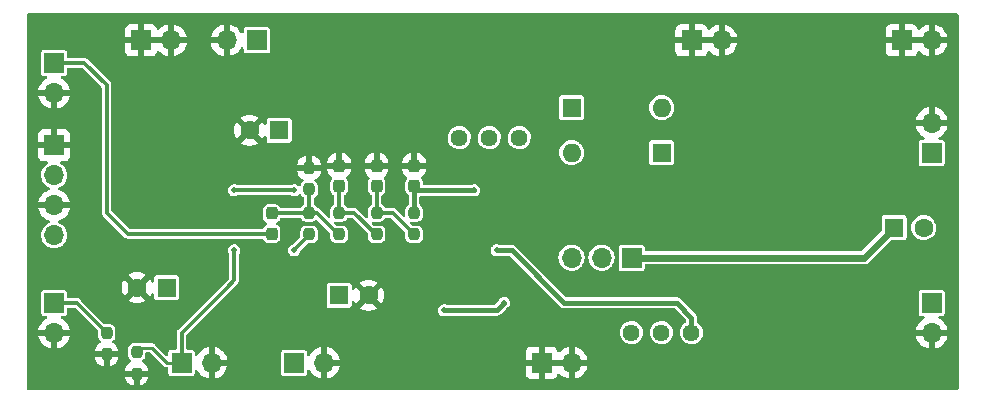
<source format=gbr>
%TF.GenerationSoftware,KiCad,Pcbnew,(6.0.2)*%
%TF.CreationDate,2022-04-20T12:38:45-07:00*%
%TF.ProjectId,audioModule2,61756469-6f4d-46f6-9475-6c65322e6b69,rev?*%
%TF.SameCoordinates,PX48ab840PY7b89fa0*%
%TF.FileFunction,Copper,L2,Bot*%
%TF.FilePolarity,Positive*%
%FSLAX46Y46*%
G04 Gerber Fmt 4.6, Leading zero omitted, Abs format (unit mm)*
G04 Created by KiCad (PCBNEW (6.0.2)) date 2022-04-20 12:38:45*
%MOMM*%
%LPD*%
G01*
G04 APERTURE LIST*
G04 Aperture macros list*
%AMRoundRect*
0 Rectangle with rounded corners*
0 $1 Rounding radius*
0 $2 $3 $4 $5 $6 $7 $8 $9 X,Y pos of 4 corners*
0 Add a 4 corners polygon primitive as box body*
4,1,4,$2,$3,$4,$5,$6,$7,$8,$9,$2,$3,0*
0 Add four circle primitives for the rounded corners*
1,1,$1+$1,$2,$3*
1,1,$1+$1,$4,$5*
1,1,$1+$1,$6,$7*
1,1,$1+$1,$8,$9*
0 Add four rect primitives between the rounded corners*
20,1,$1+$1,$2,$3,$4,$5,0*
20,1,$1+$1,$4,$5,$6,$7,0*
20,1,$1+$1,$6,$7,$8,$9,0*
20,1,$1+$1,$8,$9,$2,$3,0*%
G04 Aperture macros list end*
%TA.AperFunction,ComponentPad*%
%ADD10R,1.600000X1.600000*%
%TD*%
%TA.AperFunction,ComponentPad*%
%ADD11C,1.600000*%
%TD*%
%TA.AperFunction,ComponentPad*%
%ADD12O,1.700000X1.700000*%
%TD*%
%TA.AperFunction,ComponentPad*%
%ADD13R,1.700000X1.700000*%
%TD*%
%TA.AperFunction,ComponentPad*%
%ADD14C,1.440000*%
%TD*%
%TA.AperFunction,SMDPad,CuDef*%
%ADD15RoundRect,0.237500X0.237500X-0.250000X0.237500X0.250000X-0.237500X0.250000X-0.237500X-0.250000X0*%
%TD*%
%TA.AperFunction,SMDPad,CuDef*%
%ADD16RoundRect,0.237500X-0.237500X0.250000X-0.237500X-0.250000X0.237500X-0.250000X0.237500X0.250000X0*%
%TD*%
%TA.AperFunction,ComponentPad*%
%ADD17O,1.600000X1.600000*%
%TD*%
%TA.AperFunction,SMDPad,CuDef*%
%ADD18RoundRect,0.237500X-0.237500X0.300000X-0.237500X-0.300000X0.237500X-0.300000X0.237500X0.300000X0*%
%TD*%
%TA.AperFunction,ViaPad*%
%ADD19C,0.762000*%
%TD*%
%TA.AperFunction,ViaPad*%
%ADD20C,0.508000*%
%TD*%
%TA.AperFunction,Conductor*%
%ADD21C,0.304800*%
%TD*%
%TA.AperFunction,Conductor*%
%ADD22C,0.254000*%
%TD*%
%TA.AperFunction,Conductor*%
%ADD23C,0.406400*%
%TD*%
%TA.AperFunction,Conductor*%
%ADD24C,0.609600*%
%TD*%
G04 APERTURE END LIST*
D10*
%TO.P,C16,1,+*%
%TO.N,Net-(C16-Pad1)*%
X73660000Y13975000D03*
D11*
%TO.P,C16,2,-*%
%TO.N,Net-(C16-Pad2)*%
X76160000Y13975000D03*
%TD*%
D10*
%TO.P,C9,1,+*%
%TO.N,Net-(C8-Pad2)*%
X21590000Y22230000D03*
D11*
%TO.P,C9,2,-*%
%TO.N,GND*%
X19090000Y22230000D03*
%TD*%
D10*
%TO.P,C3,1,+*%
%TO.N,Net-(C2-Pad1)*%
X12065000Y8895000D03*
D11*
%TO.P,C3,2,-*%
%TO.N,GND*%
X9565000Y8895000D03*
%TD*%
D10*
%TO.P,C1,1,+*%
%TO.N,/VCC5*%
X26670000Y8260000D03*
D11*
%TO.P,C1,2,-*%
%TO.N,GND*%
X29170000Y8260000D03*
%TD*%
D12*
%TO.P,JP6,4,4*%
%TO.N,/SSB*%
X2540000Y13340000D03*
%TO.P,JP6,3,3*%
%TO.N,GND*%
X2540000Y15880000D03*
%TO.P,JP6,2,2*%
%TO.N,/CW*%
X2540000Y18420000D03*
D13*
%TO.P,JP6,1,1*%
%TO.N,GND*%
X2540000Y20960000D03*
%TD*%
D14*
%TO.P,RV2,3,3*%
%TO.N,Net-(Q2-Pad2)*%
X56505000Y5085000D03*
%TO.P,RV2,2,2*%
%TO.N,Net-(Q2-Pad1)*%
X53965000Y5085000D03*
%TO.P,RV2,1,1*%
%TO.N,Net-(Q1-Pad3)*%
X51425000Y5085000D03*
%TD*%
%TO.P,RV1,3,3*%
%TO.N,Net-(R14-Pad1)*%
X36840000Y21595000D03*
%TO.P,RV1,2,2*%
%TO.N,Net-(RV1-Pad1)*%
X39380000Y21595000D03*
%TO.P,RV1,1,1*%
X41920000Y21595000D03*
%TD*%
D15*
%TO.P,R11,2,2*%
%TO.N,Net-(C13-Pad2)*%
X33020000Y15245000D03*
%TO.P,R11,1,1*%
%TO.N,Net-(C10-Pad2)*%
X33020000Y13420000D03*
%TD*%
%TO.P,R9,2,2*%
%TO.N,Net-(C10-Pad2)*%
X29845000Y15245000D03*
%TO.P,R9,1,1*%
%TO.N,Net-(C7-Pad2)*%
X29845000Y13420000D03*
%TD*%
%TO.P,R7,2,2*%
%TO.N,Net-(C7-Pad2)*%
X26670000Y15245000D03*
%TO.P,R7,1,1*%
%TO.N,Net-(C6-Pad1)*%
X26670000Y13420000D03*
%TD*%
D16*
%TO.P,R6,2,2*%
%TO.N,Net-(C6-Pad1)*%
X24130000Y17230000D03*
%TO.P,R6,1,1*%
%TO.N,GND*%
X24130000Y19055000D03*
%TD*%
%TO.P,R5,2,2*%
%TO.N,Net-(C4-Pad2)*%
X24130000Y13420000D03*
%TO.P,R5,1,1*%
%TO.N,Net-(C6-Pad1)*%
X24130000Y15245000D03*
%TD*%
%TO.P,R3,2,2*%
%TO.N,GND*%
X9525000Y1632500D03*
%TO.P,R3,1,1*%
%TO.N,/MUTE*%
X9525000Y3457500D03*
%TD*%
%TO.P,R2,2,2*%
%TO.N,GND*%
X6985000Y3260000D03*
%TO.P,R2,1,1*%
%TO.N,/FILTER_SEL*%
X6985000Y5085000D03*
%TD*%
D12*
%TO.P,JP13,2,2*%
%TO.N,GND*%
X76835000Y5085000D03*
D13*
%TO.P,JP13,1,1*%
%TO.N,Net-(C16-Pad2)*%
X76835000Y7625000D03*
%TD*%
D12*
%TO.P,JP12,2,2*%
%TO.N,GND*%
X76835000Y22865000D03*
D13*
%TO.P,JP12,1,1*%
%TO.N,Net-(C16-Pad2)*%
X76835000Y20325000D03*
%TD*%
D12*
%TO.P,JP11,3,3*%
%TO.N,Net-(JP11-Pad2)*%
X46355000Y11435000D03*
%TO.P,JP11,2,2*%
X48895000Y11435000D03*
D13*
%TO.P,JP11,1,1*%
%TO.N,Net-(C16-Pad1)*%
X51435000Y11435000D03*
%TD*%
%TO.P,JP10,1,1*%
%TO.N,GND*%
X9901000Y29845000D03*
D12*
%TO.P,JP10,2,2*%
X12441000Y29845000D03*
%TD*%
D13*
%TO.P,JP9,1,1*%
%TO.N,GND*%
X43815000Y2545000D03*
D12*
%TO.P,JP9,2,2*%
X46355000Y2545000D03*
%TD*%
D13*
%TO.P,JP8,1,1*%
%TO.N,GND*%
X74295000Y29845000D03*
D12*
%TO.P,JP8,2,2*%
X76835000Y29845000D03*
%TD*%
D13*
%TO.P,JP7,1,1*%
%TO.N,GND*%
X56510000Y29845000D03*
D12*
%TO.P,JP7,2,2*%
X59050000Y29845000D03*
%TD*%
%TO.P,JP5,2,2*%
%TO.N,GND*%
X15870000Y2545000D03*
D13*
%TO.P,JP5,1,1*%
%TO.N,/MUTE*%
X13330000Y2545000D03*
%TD*%
D12*
%TO.P,JP4,2,2*%
%TO.N,GND*%
X2540000Y5085000D03*
D13*
%TO.P,JP4,1,1*%
%TO.N,/FILTER_SEL*%
X2540000Y7625000D03*
%TD*%
D12*
%TO.P,JP3,2,2*%
%TO.N,GND*%
X25395000Y2545000D03*
D13*
%TO.P,JP3,1,1*%
%TO.N,/VCC5*%
X22855000Y2545000D03*
%TD*%
D12*
%TO.P,JP2,2,2*%
%TO.N,GND*%
X2540000Y25405000D03*
D13*
%TO.P,JP2,1,1*%
%TO.N,Net-(C6-Pad2)*%
X2540000Y27945000D03*
%TD*%
%TO.P,JP1,1,1*%
%TO.N,Net-(C4-Pad2)*%
X19690000Y29845000D03*
D12*
%TO.P,JP1,2,2*%
%TO.N,GND*%
X17150000Y29845000D03*
%TD*%
D17*
%TO.P,D2,2,A*%
%TO.N,Net-(D1-Pad1)*%
X46355000Y20325000D03*
D10*
%TO.P,D2,1,K*%
%TO.N,Net-(D2-Pad1)*%
X53975000Y20325000D03*
%TD*%
D17*
%TO.P,D1,2,A*%
%TO.N,Net-(C8-Pad2)*%
X53975000Y24135000D03*
D10*
%TO.P,D1,1,K*%
%TO.N,Net-(D1-Pad1)*%
X46355000Y24135000D03*
%TD*%
D18*
%TO.P,C13,2,2*%
%TO.N,Net-(C13-Pad2)*%
X33020000Y17507500D03*
%TO.P,C13,1,1*%
%TO.N,GND*%
X33020000Y19232500D03*
%TD*%
%TO.P,C10,2,2*%
%TO.N,Net-(C10-Pad2)*%
X29845000Y17507500D03*
%TO.P,C10,1,1*%
%TO.N,GND*%
X29845000Y19232500D03*
%TD*%
%TO.P,C7,2,2*%
%TO.N,Net-(C7-Pad2)*%
X26670000Y17507500D03*
%TO.P,C7,1,1*%
%TO.N,GND*%
X26670000Y19232500D03*
%TD*%
%TO.P,C6,2,2*%
%TO.N,Net-(C6-Pad2)*%
X20955000Y13470000D03*
%TO.P,C6,1,1*%
%TO.N,Net-(C6-Pad1)*%
X20955000Y15195000D03*
%TD*%
D19*
%TO.N,GND*%
X5080000Y2032000D03*
X48768000Y9144000D03*
X51308000Y16256000D03*
X60960000Y1016000D03*
X65024000Y13208000D03*
X40132000Y25400000D03*
X44704000Y17272000D03*
X33528000Y9144000D03*
X30988000Y1524000D03*
X9652000Y16764000D03*
X14224000Y26924000D03*
X28448000Y25400000D03*
X27611310Y29895219D03*
X47244000Y29464000D03*
X66040000Y29464000D03*
X60960000Y25908000D03*
X10160000Y20960000D03*
X13970000Y11435000D03*
X14605000Y14610000D03*
X36068000Y16256000D03*
X68580000Y22865000D03*
X71755000Y4450000D03*
X60325000Y6990000D03*
X65405000Y6921600D03*
X57150000Y15245000D03*
X33020000Y20960000D03*
X28575000Y20325000D03*
X25400000Y20325000D03*
X18415000Y8128000D03*
D20*
%TO.N,Net-(C4-Pad2)*%
X22860000Y12070000D03*
%TO.N,Net-(R10-Pad1)*%
X22860000Y17150000D03*
X17780000Y17150000D03*
%TO.N,/MUTE*%
X17780000Y12070000D03*
%TO.N,Net-(C8-Pad2)*%
X35560000Y6990000D03*
X40640000Y7625000D03*
%TO.N,Net-(Q2-Pad2)*%
X40005000Y12070000D03*
%TO.N,Net-(C13-Pad2)*%
X38100000Y17150000D03*
%TD*%
D21*
%TO.N,Net-(C4-Pad2)*%
X24130000Y13340000D02*
X22860000Y12070000D01*
X24130000Y13420000D02*
X24130000Y13340000D01*
%TO.N,Net-(R10-Pad1)*%
X17780000Y17150000D02*
X22860000Y17150000D01*
%TO.N,Net-(C6-Pad2)*%
X6985000Y26040000D02*
X6985000Y15245000D01*
X5080000Y27945000D02*
X6985000Y26040000D01*
X6985000Y15245000D02*
X8760000Y13470000D01*
X8760000Y13470000D02*
X20955000Y13470000D01*
X2540000Y27945000D02*
X5080000Y27945000D01*
%TO.N,/MUTE*%
X17780000Y9530000D02*
X17780000Y12070000D01*
X17145000Y8895000D02*
X17780000Y9530000D01*
X13330000Y2545000D02*
X13330000Y5080000D01*
X13330000Y5080000D02*
X17145000Y8895000D01*
D22*
X9882500Y3815000D02*
X9525000Y3457500D01*
X10795000Y3815000D02*
X9882500Y3815000D01*
X12065000Y2545000D02*
X10795000Y3815000D01*
X13330000Y2545000D02*
X12065000Y2545000D01*
D21*
%TO.N,/FILTER_SEL*%
X4445000Y7625000D02*
X2540000Y7625000D01*
X6985000Y5085000D02*
X4445000Y7625000D01*
%TO.N,Net-(C6-Pad1)*%
X21005000Y15245000D02*
X20955000Y15195000D01*
X24130000Y15245000D02*
X21005000Y15245000D01*
X24130000Y15245000D02*
X24130000Y17230000D01*
X24765000Y15245000D02*
X24130000Y15245000D01*
X26590000Y13420000D02*
X24765000Y15245000D01*
X26670000Y13420000D02*
X26590000Y13420000D01*
%TO.N,Net-(C7-Pad2)*%
X26670000Y15245000D02*
X26670000Y17507500D01*
X29765000Y13420000D02*
X27940000Y15245000D01*
X27940000Y15245000D02*
X26670000Y15245000D01*
X29845000Y13420000D02*
X29765000Y13420000D01*
%TO.N,Net-(C10-Pad2)*%
X29845000Y15245000D02*
X29845000Y17507500D01*
X31195000Y15245000D02*
X29845000Y15245000D01*
X33020000Y13420000D02*
X31195000Y15245000D01*
D23*
%TO.N,Net-(C8-Pad2)*%
X40005000Y6990000D02*
X40640000Y7625000D01*
X35560000Y6990000D02*
X40005000Y6990000D01*
%TO.N,Net-(Q2-Pad2)*%
X41275000Y12070000D02*
X40005000Y12070000D01*
X45720000Y7625000D02*
X41275000Y12070000D01*
X56505000Y6365000D02*
X55245000Y7625000D01*
X56505000Y5085000D02*
X56505000Y6365000D01*
X55245000Y7625000D02*
X45720000Y7625000D01*
%TO.N,Net-(C13-Pad2)*%
X33020000Y17507500D02*
X33020000Y15245000D01*
X38100000Y17150000D02*
X33377500Y17150000D01*
X33377500Y17150000D02*
X33020000Y17507500D01*
D24*
%TO.N,Net-(C16-Pad1)*%
X71120000Y11435000D02*
X73660000Y13975000D01*
X51435000Y11435000D02*
X71120000Y11435000D01*
%TD*%
%TA.AperFunction,Conductor*%
%TO.N,GND*%
G36*
X79063121Y32110998D02*
G01*
X79109614Y32057342D01*
X79121000Y32005000D01*
X79121000Y380000D01*
X79100998Y311879D01*
X79047342Y265386D01*
X78995000Y254000D01*
X380000Y254000D01*
X311879Y274002D01*
X265386Y327658D01*
X254000Y380000D01*
X254000Y1336234D01*
X8542000Y1336234D01*
X8542337Y1329718D01*
X8552075Y1235868D01*
X8554968Y1222472D01*
X8605488Y1071047D01*
X8611653Y1057885D01*
X8695426Y922508D01*
X8704460Y911110D01*
X8817129Y798637D01*
X8828540Y789625D01*
X8964063Y706088D01*
X8977241Y699944D01*
X9128766Y649685D01*
X9142132Y646819D01*
X9234770Y637328D01*
X9241185Y637000D01*
X9252885Y637000D01*
X9268124Y641475D01*
X9269329Y642865D01*
X9271000Y650548D01*
X9271000Y655115D01*
X9779000Y655115D01*
X9783475Y639876D01*
X9784865Y638671D01*
X9792548Y637000D01*
X9808766Y637000D01*
X9815282Y637337D01*
X9909132Y647075D01*
X9922528Y649968D01*
X10073953Y700488D01*
X10087115Y706653D01*
X10222492Y790426D01*
X10233890Y799460D01*
X10346363Y912129D01*
X10355375Y923540D01*
X10438912Y1059063D01*
X10445056Y1072241D01*
X10495315Y1223766D01*
X10498181Y1237132D01*
X10507672Y1329770D01*
X10508000Y1336185D01*
X10508000Y1360385D01*
X10503525Y1375624D01*
X10502135Y1376829D01*
X10494452Y1378500D01*
X9797115Y1378500D01*
X9781876Y1374025D01*
X9780671Y1372635D01*
X9779000Y1364952D01*
X9779000Y655115D01*
X9271000Y655115D01*
X9271000Y1360385D01*
X9266525Y1375624D01*
X9265135Y1376829D01*
X9257452Y1378500D01*
X8560115Y1378500D01*
X8544876Y1374025D01*
X8543671Y1372635D01*
X8542000Y1364952D01*
X8542000Y1336234D01*
X254000Y1336234D01*
X254000Y1904615D01*
X8542000Y1904615D01*
X8546475Y1889376D01*
X8547865Y1888171D01*
X8555548Y1886500D01*
X10489885Y1886500D01*
X10505124Y1890975D01*
X10506329Y1892365D01*
X10508000Y1900048D01*
X10508000Y1928766D01*
X10507663Y1935282D01*
X10497925Y2029132D01*
X10495032Y2042528D01*
X10444512Y2193953D01*
X10438347Y2207115D01*
X10354574Y2342492D01*
X10345540Y2353890D01*
X10232871Y2466363D01*
X10221460Y2475375D01*
X10085937Y2558912D01*
X10072764Y2565054D01*
X10060956Y2568971D01*
X10002597Y2609403D01*
X9975361Y2674967D01*
X9987895Y2744849D01*
X10025060Y2789389D01*
X10113974Y2856026D01*
X10198493Y2968801D01*
X10202364Y2979125D01*
X10245190Y3093365D01*
X10247964Y3100764D01*
X10254500Y3160930D01*
X10254500Y3307500D01*
X10274502Y3375621D01*
X10328158Y3422114D01*
X10380500Y3433500D01*
X10584788Y3433500D01*
X10652909Y3413498D01*
X10673883Y3396595D01*
X11756958Y2313520D01*
X11772311Y2294511D01*
X11773278Y2293448D01*
X11778929Y2284696D01*
X11797108Y2270365D01*
X11805472Y2263771D01*
X11809950Y2259792D01*
X11810010Y2259863D01*
X11813967Y2256510D01*
X11817648Y2252829D01*
X11821880Y2249805D01*
X11821882Y2249803D01*
X11833457Y2241531D01*
X11838202Y2237968D01*
X11878670Y2206066D01*
X11887355Y2203016D01*
X11894842Y2197666D01*
X11944247Y2182891D01*
X11949842Y2181073D01*
X11998502Y2163984D01*
X12004091Y2163500D01*
X12006804Y2163500D01*
X12009469Y2163385D01*
X12009532Y2163366D01*
X12009525Y2163192D01*
X12010271Y2163145D01*
X12016524Y2161275D01*
X12066383Y2163234D01*
X12070678Y2163403D01*
X12075625Y2163500D01*
X12099501Y2163500D01*
X12167622Y2143498D01*
X12214115Y2089842D01*
X12225501Y2037500D01*
X12225501Y1669934D01*
X12240266Y1595699D01*
X12247161Y1585380D01*
X12247162Y1585378D01*
X12287516Y1524985D01*
X12296516Y1511516D01*
X12380699Y1455266D01*
X12454933Y1440500D01*
X13329858Y1440500D01*
X14205066Y1440501D01*
X14240818Y1447612D01*
X14267126Y1452844D01*
X14267128Y1452845D01*
X14279301Y1455266D01*
X14289621Y1462161D01*
X14289622Y1462162D01*
X14353168Y1504623D01*
X14363484Y1511516D01*
X14419734Y1595699D01*
X14434500Y1669933D01*
X14434500Y1841572D01*
X14454502Y1909693D01*
X14508158Y1956186D01*
X14578432Y1966290D01*
X14643012Y1936796D01*
X14667933Y1907407D01*
X14767694Y1744612D01*
X14773777Y1736301D01*
X14913213Y1575333D01*
X14920580Y1568117D01*
X15084434Y1432084D01*
X15092881Y1426169D01*
X15276756Y1318721D01*
X15286042Y1314271D01*
X15485001Y1238297D01*
X15494899Y1235421D01*
X15598250Y1214394D01*
X15612299Y1215590D01*
X15616000Y1225935D01*
X15616000Y1226483D01*
X16124000Y1226483D01*
X16128064Y1212641D01*
X16141478Y1210607D01*
X16148184Y1211466D01*
X16158262Y1213608D01*
X16362255Y1274809D01*
X16371842Y1278567D01*
X16563095Y1372261D01*
X16571945Y1377536D01*
X16745328Y1501208D01*
X16753200Y1507861D01*
X16904052Y1658188D01*
X16910730Y1666035D01*
X17035003Y1838980D01*
X17040313Y1847817D01*
X17134670Y2038733D01*
X17138469Y2048328D01*
X17200377Y2252090D01*
X17202555Y2262163D01*
X17203986Y2273038D01*
X17201775Y2287222D01*
X17188617Y2291000D01*
X16142115Y2291000D01*
X16126876Y2286525D01*
X16125671Y2285135D01*
X16124000Y2277452D01*
X16124000Y1226483D01*
X15616000Y1226483D01*
X15616000Y2817115D01*
X16124000Y2817115D01*
X16128475Y2801876D01*
X16129865Y2800671D01*
X16137548Y2799000D01*
X17188344Y2799000D01*
X17201875Y2802973D01*
X17203180Y2812053D01*
X17161214Y2979125D01*
X17157894Y2988876D01*
X17072972Y3184186D01*
X17068105Y3193261D01*
X16952426Y3372074D01*
X16946136Y3380243D01*
X16909899Y3420067D01*
X21750500Y3420067D01*
X21750501Y1669934D01*
X21765266Y1595699D01*
X21772161Y1585380D01*
X21772162Y1585378D01*
X21812516Y1524985D01*
X21821516Y1511516D01*
X21905699Y1455266D01*
X21979933Y1440500D01*
X22854858Y1440500D01*
X23730066Y1440501D01*
X23765818Y1447612D01*
X23792126Y1452844D01*
X23792128Y1452845D01*
X23804301Y1455266D01*
X23814621Y1462161D01*
X23814622Y1462162D01*
X23878168Y1504623D01*
X23888484Y1511516D01*
X23944734Y1595699D01*
X23959500Y1669933D01*
X23959500Y1841572D01*
X23979502Y1909693D01*
X24033158Y1956186D01*
X24103432Y1966290D01*
X24168012Y1936796D01*
X24192933Y1907407D01*
X24292694Y1744612D01*
X24298777Y1736301D01*
X24438213Y1575333D01*
X24445580Y1568117D01*
X24609434Y1432084D01*
X24617881Y1426169D01*
X24801756Y1318721D01*
X24811042Y1314271D01*
X25010001Y1238297D01*
X25019899Y1235421D01*
X25123250Y1214394D01*
X25137299Y1215590D01*
X25141000Y1225935D01*
X25141000Y1226483D01*
X25649000Y1226483D01*
X25653064Y1212641D01*
X25666478Y1210607D01*
X25673184Y1211466D01*
X25683262Y1213608D01*
X25887255Y1274809D01*
X25896842Y1278567D01*
X26088095Y1372261D01*
X26096945Y1377536D01*
X26270328Y1501208D01*
X26278200Y1507861D01*
X26421168Y1650331D01*
X42457001Y1650331D01*
X42457371Y1643510D01*
X42462895Y1592648D01*
X42466521Y1577396D01*
X42511676Y1456946D01*
X42520214Y1441351D01*
X42596715Y1339276D01*
X42609276Y1326715D01*
X42711351Y1250214D01*
X42726946Y1241676D01*
X42847394Y1196522D01*
X42862649Y1192895D01*
X42913514Y1187369D01*
X42920328Y1187000D01*
X43542885Y1187000D01*
X43558124Y1191475D01*
X43559329Y1192865D01*
X43561000Y1200548D01*
X43561000Y1205116D01*
X44069000Y1205116D01*
X44073475Y1189877D01*
X44074865Y1188672D01*
X44082548Y1187001D01*
X44709669Y1187001D01*
X44716490Y1187371D01*
X44767352Y1192895D01*
X44782604Y1196521D01*
X44903054Y1241676D01*
X44918649Y1250214D01*
X45020724Y1326715D01*
X45033285Y1339276D01*
X45109786Y1441351D01*
X45118325Y1456948D01*
X45159425Y1566582D01*
X45202066Y1623347D01*
X45268628Y1648047D01*
X45337977Y1632840D01*
X45372645Y1604850D01*
X45398219Y1575326D01*
X45405580Y1568117D01*
X45569434Y1432084D01*
X45577881Y1426169D01*
X45761756Y1318721D01*
X45771042Y1314271D01*
X45970001Y1238297D01*
X45979899Y1235421D01*
X46083250Y1214394D01*
X46097299Y1215590D01*
X46101000Y1225935D01*
X46101000Y1226483D01*
X46609000Y1226483D01*
X46613064Y1212641D01*
X46626478Y1210607D01*
X46633184Y1211466D01*
X46643262Y1213608D01*
X46847255Y1274809D01*
X46856842Y1278567D01*
X47048095Y1372261D01*
X47056945Y1377536D01*
X47230328Y1501208D01*
X47238200Y1507861D01*
X47389052Y1658188D01*
X47395730Y1666035D01*
X47520003Y1838980D01*
X47525313Y1847817D01*
X47619670Y2038733D01*
X47623469Y2048328D01*
X47685377Y2252090D01*
X47687555Y2262163D01*
X47688986Y2273038D01*
X47686775Y2287222D01*
X47673617Y2291000D01*
X46627115Y2291000D01*
X46611876Y2286525D01*
X46610671Y2285135D01*
X46609000Y2277452D01*
X46609000Y1226483D01*
X46101000Y1226483D01*
X46101000Y2272885D01*
X46096525Y2288124D01*
X46095135Y2289329D01*
X46087452Y2291000D01*
X44087115Y2291000D01*
X44071876Y2286525D01*
X44070671Y2285135D01*
X44069000Y2277452D01*
X44069000Y1205116D01*
X43561000Y1205116D01*
X43561000Y2272885D01*
X43556525Y2288124D01*
X43555135Y2289329D01*
X43547452Y2291000D01*
X42475116Y2291000D01*
X42459877Y2286525D01*
X42458672Y2285135D01*
X42457001Y2277452D01*
X42457001Y1650331D01*
X26421168Y1650331D01*
X26429052Y1658188D01*
X26435730Y1666035D01*
X26560003Y1838980D01*
X26565313Y1847817D01*
X26659670Y2038733D01*
X26663469Y2048328D01*
X26725377Y2252090D01*
X26727555Y2262163D01*
X26728986Y2273038D01*
X26726775Y2287222D01*
X26713617Y2291000D01*
X25667115Y2291000D01*
X25651876Y2286525D01*
X25650671Y2285135D01*
X25649000Y2277452D01*
X25649000Y1226483D01*
X25141000Y1226483D01*
X25141000Y2817115D01*
X25649000Y2817115D01*
X25653475Y2801876D01*
X25654865Y2800671D01*
X25662548Y2799000D01*
X26713344Y2799000D01*
X26726875Y2802973D01*
X26728180Y2812053D01*
X26726909Y2817115D01*
X42457000Y2817115D01*
X42461475Y2801876D01*
X42462865Y2800671D01*
X42470548Y2799000D01*
X43542885Y2799000D01*
X43558124Y2803475D01*
X43559329Y2804865D01*
X43561000Y2812548D01*
X43561000Y2817115D01*
X44069000Y2817115D01*
X44073475Y2801876D01*
X44074865Y2800671D01*
X44082548Y2799000D01*
X46082885Y2799000D01*
X46098124Y2803475D01*
X46099329Y2804865D01*
X46101000Y2812548D01*
X46101000Y2817115D01*
X46609000Y2817115D01*
X46613475Y2801876D01*
X46614865Y2800671D01*
X46622548Y2799000D01*
X47673344Y2799000D01*
X47686875Y2802973D01*
X47688180Y2812053D01*
X47646214Y2979125D01*
X47642894Y2988876D01*
X47557972Y3184186D01*
X47553105Y3193261D01*
X47437426Y3372074D01*
X47431136Y3380243D01*
X47287806Y3537760D01*
X47280273Y3544785D01*
X47113139Y3676778D01*
X47104552Y3682483D01*
X46918117Y3785401D01*
X46908705Y3789631D01*
X46707959Y3860720D01*
X46697988Y3863354D01*
X46626837Y3876028D01*
X46613540Y3874568D01*
X46609000Y3860011D01*
X46609000Y2817115D01*
X46101000Y2817115D01*
X46101000Y3861898D01*
X46097082Y3875242D01*
X46082806Y3877229D01*
X46044324Y3871340D01*
X46034288Y3868949D01*
X45831868Y3802788D01*
X45822359Y3798791D01*
X45633463Y3700458D01*
X45624738Y3694964D01*
X45454433Y3567095D01*
X45446726Y3560252D01*
X45369094Y3479015D01*
X45307570Y3443585D01*
X45236657Y3447042D01*
X45178871Y3488288D01*
X45160018Y3521836D01*
X45118324Y3633054D01*
X45109786Y3648649D01*
X45033285Y3750724D01*
X45020724Y3763285D01*
X44918649Y3839786D01*
X44903054Y3848324D01*
X44782606Y3893478D01*
X44767351Y3897105D01*
X44716486Y3902631D01*
X44709672Y3903000D01*
X44087115Y3903000D01*
X44071876Y3898525D01*
X44070671Y3897135D01*
X44069000Y3889452D01*
X44069000Y2817115D01*
X43561000Y2817115D01*
X43561000Y3884884D01*
X43556525Y3900123D01*
X43555135Y3901328D01*
X43547452Y3902999D01*
X42920331Y3902999D01*
X42913510Y3902629D01*
X42862648Y3897105D01*
X42847396Y3893479D01*
X42726946Y3848324D01*
X42711351Y3839786D01*
X42609276Y3763285D01*
X42596715Y3750724D01*
X42520214Y3648649D01*
X42511676Y3633054D01*
X42466522Y3512606D01*
X42462895Y3497351D01*
X42457369Y3446486D01*
X42457000Y3439672D01*
X42457000Y2817115D01*
X26726909Y2817115D01*
X26686214Y2979125D01*
X26682894Y2988876D01*
X26597972Y3184186D01*
X26593105Y3193261D01*
X26477426Y3372074D01*
X26471136Y3380243D01*
X26327806Y3537760D01*
X26320273Y3544785D01*
X26153139Y3676778D01*
X26144552Y3682483D01*
X25958117Y3785401D01*
X25948705Y3789631D01*
X25747959Y3860720D01*
X25737988Y3863354D01*
X25666837Y3876028D01*
X25653540Y3874568D01*
X25649000Y3860011D01*
X25649000Y2817115D01*
X25141000Y2817115D01*
X25141000Y3861898D01*
X25137082Y3875242D01*
X25122806Y3877229D01*
X25084324Y3871340D01*
X25074288Y3868949D01*
X24871868Y3802788D01*
X24862359Y3798791D01*
X24673463Y3700458D01*
X24664738Y3694964D01*
X24494433Y3567095D01*
X24486726Y3560252D01*
X24339590Y3406283D01*
X24333104Y3398273D01*
X24213098Y3222351D01*
X24208000Y3213377D01*
X24199787Y3195684D01*
X24152963Y3142317D01*
X24084720Y3122736D01*
X24016724Y3143159D01*
X23970564Y3197101D01*
X23959499Y3248734D01*
X23959499Y3420066D01*
X23952388Y3455818D01*
X23947156Y3482126D01*
X23947155Y3482128D01*
X23944734Y3494301D01*
X23931572Y3514000D01*
X23895377Y3568168D01*
X23888484Y3578484D01*
X23804301Y3634734D01*
X23730067Y3649500D01*
X22855142Y3649500D01*
X21979934Y3649499D01*
X21944182Y3642388D01*
X21917874Y3637156D01*
X21917872Y3637155D01*
X21905699Y3634734D01*
X21895379Y3627839D01*
X21895378Y3627838D01*
X21834985Y3587484D01*
X21821516Y3578484D01*
X21765266Y3494301D01*
X21750500Y3420067D01*
X16909899Y3420067D01*
X16802806Y3537760D01*
X16795273Y3544785D01*
X16628139Y3676778D01*
X16619552Y3682483D01*
X16433117Y3785401D01*
X16423705Y3789631D01*
X16222959Y3860720D01*
X16212988Y3863354D01*
X16141837Y3876028D01*
X16128540Y3874568D01*
X16124000Y3860011D01*
X16124000Y2817115D01*
X15616000Y2817115D01*
X15616000Y3861898D01*
X15612082Y3875242D01*
X15597806Y3877229D01*
X15559324Y3871340D01*
X15549288Y3868949D01*
X15346868Y3802788D01*
X15337359Y3798791D01*
X15148463Y3700458D01*
X15139738Y3694964D01*
X14969433Y3567095D01*
X14961726Y3560252D01*
X14814590Y3406283D01*
X14808104Y3398273D01*
X14688098Y3222351D01*
X14683000Y3213377D01*
X14674787Y3195684D01*
X14627963Y3142317D01*
X14559720Y3122736D01*
X14491724Y3143159D01*
X14445564Y3197101D01*
X14434499Y3248734D01*
X14434499Y3420066D01*
X14427388Y3455818D01*
X14422156Y3482126D01*
X14422155Y3482128D01*
X14419734Y3494301D01*
X14406572Y3514000D01*
X14370377Y3568168D01*
X14363484Y3578484D01*
X14279301Y3634734D01*
X14205067Y3649500D01*
X13862900Y3649500D01*
X13794779Y3669502D01*
X13748286Y3723158D01*
X13736900Y3775500D01*
X13736900Y4859267D01*
X13756902Y4927388D01*
X13773805Y4948362D01*
X13924115Y5098672D01*
X50445880Y5098672D01*
X50461872Y4908233D01*
X50514549Y4724527D01*
X50517367Y4719045D01*
X50517368Y4719041D01*
X50599085Y4560037D01*
X50599088Y4560033D01*
X50601905Y4554551D01*
X50720612Y4404780D01*
X50725306Y4400785D01*
X50773292Y4359946D01*
X50866149Y4280918D01*
X50871527Y4277912D01*
X50871529Y4277911D01*
X50911733Y4255442D01*
X51032972Y4187684D01*
X51214728Y4128628D01*
X51404493Y4106000D01*
X51410628Y4106472D01*
X51410630Y4106472D01*
X51474393Y4111378D01*
X51595039Y4120661D01*
X51779108Y4172055D01*
X51789092Y4177098D01*
X51944189Y4255442D01*
X51944191Y4255443D01*
X51949690Y4258221D01*
X52100286Y4375880D01*
X52104312Y4380544D01*
X52104315Y4380547D01*
X52221134Y4515884D01*
X52225161Y4520549D01*
X52272968Y4604705D01*
X52316514Y4681360D01*
X52316515Y4681361D01*
X52319557Y4686717D01*
X52379881Y4868056D01*
X52403833Y5057659D01*
X52404215Y5085000D01*
X52402874Y5098672D01*
X52985880Y5098672D01*
X53001872Y4908233D01*
X53054549Y4724527D01*
X53057367Y4719045D01*
X53057368Y4719041D01*
X53139085Y4560037D01*
X53139088Y4560033D01*
X53141905Y4554551D01*
X53260612Y4404780D01*
X53265306Y4400785D01*
X53313292Y4359946D01*
X53406149Y4280918D01*
X53411527Y4277912D01*
X53411529Y4277911D01*
X53451733Y4255442D01*
X53572972Y4187684D01*
X53754728Y4128628D01*
X53944493Y4106000D01*
X53950628Y4106472D01*
X53950630Y4106472D01*
X54014393Y4111378D01*
X54135039Y4120661D01*
X54319108Y4172055D01*
X54329092Y4177098D01*
X54484189Y4255442D01*
X54484191Y4255443D01*
X54489690Y4258221D01*
X54640286Y4375880D01*
X54644312Y4380544D01*
X54644315Y4380547D01*
X54761134Y4515884D01*
X54765161Y4520549D01*
X54812968Y4604705D01*
X54856514Y4681360D01*
X54856515Y4681361D01*
X54859557Y4686717D01*
X54919881Y4868056D01*
X54943833Y5057659D01*
X54944215Y5085000D01*
X54925566Y5275197D01*
X54870329Y5458150D01*
X54780609Y5626889D01*
X54776719Y5631659D01*
X54776716Y5631663D01*
X54663717Y5770213D01*
X54663714Y5770216D01*
X54659822Y5774988D01*
X54512570Y5896806D01*
X54344461Y5987702D01*
X54161899Y6044215D01*
X54155781Y6044858D01*
X54155776Y6044859D01*
X53977965Y6063547D01*
X53977963Y6063547D01*
X53971836Y6064191D01*
X53892644Y6056984D01*
X53787652Y6047429D01*
X53787649Y6047428D01*
X53781513Y6046870D01*
X53775607Y6045132D01*
X53775603Y6045131D01*
X53691946Y6020509D01*
X53598180Y5992912D01*
X53428818Y5904372D01*
X53279879Y5784622D01*
X53157036Y5638224D01*
X53154068Y5632826D01*
X53154065Y5632821D01*
X53121563Y5573699D01*
X53064969Y5470754D01*
X53063108Y5464887D01*
X53063107Y5464885D01*
X53024434Y5342973D01*
X53007183Y5288590D01*
X52985880Y5098672D01*
X52402874Y5098672D01*
X52385566Y5275197D01*
X52330329Y5458150D01*
X52240609Y5626889D01*
X52236719Y5631659D01*
X52236716Y5631663D01*
X52123717Y5770213D01*
X52123714Y5770216D01*
X52119822Y5774988D01*
X51972570Y5896806D01*
X51804461Y5987702D01*
X51621899Y6044215D01*
X51615781Y6044858D01*
X51615776Y6044859D01*
X51437965Y6063547D01*
X51437963Y6063547D01*
X51431836Y6064191D01*
X51352644Y6056984D01*
X51247652Y6047429D01*
X51247649Y6047428D01*
X51241513Y6046870D01*
X51235607Y6045132D01*
X51235603Y6045131D01*
X51151946Y6020509D01*
X51058180Y5992912D01*
X50888818Y5904372D01*
X50739879Y5784622D01*
X50617036Y5638224D01*
X50614068Y5632826D01*
X50614065Y5632821D01*
X50581563Y5573699D01*
X50524969Y5470754D01*
X50523108Y5464887D01*
X50523107Y5464885D01*
X50484434Y5342973D01*
X50467183Y5288590D01*
X50445880Y5098672D01*
X13924115Y5098672D01*
X15999381Y7173938D01*
X28448493Y7173938D01*
X28457789Y7161923D01*
X28508994Y7126069D01*
X28518489Y7120586D01*
X28715947Y7028510D01*
X28726239Y7024764D01*
X28936688Y6968375D01*
X28947481Y6966472D01*
X29164525Y6947483D01*
X29175475Y6947483D01*
X29392519Y6966472D01*
X29403312Y6968375D01*
X29507441Y6996276D01*
X35046309Y6996276D01*
X35065195Y6851848D01*
X35068809Y6843635D01*
X35068810Y6843631D01*
X35107316Y6756123D01*
X35123859Y6718526D01*
X35129634Y6711656D01*
X35129635Y6711654D01*
X35211803Y6613903D01*
X35217583Y6607027D01*
X35225060Y6602050D01*
X35331361Y6531290D01*
X35331363Y6531289D01*
X35338834Y6526316D01*
X35347401Y6523639D01*
X35347402Y6523639D01*
X35353586Y6521707D01*
X35477864Y6482879D01*
X35623498Y6480210D01*
X35764026Y6518523D01*
X35770034Y6522212D01*
X35818752Y6532300D01*
X39970352Y6532300D01*
X39985162Y6531427D01*
X40010187Y6528465D01*
X40019540Y6527358D01*
X40028804Y6529050D01*
X40028807Y6529050D01*
X40078224Y6538075D01*
X40082126Y6538725D01*
X40093748Y6540473D01*
X40141102Y6547592D01*
X40147714Y6550767D01*
X40154931Y6552085D01*
X40185321Y6567871D01*
X40207871Y6579585D01*
X40211412Y6581354D01*
X40256678Y6603090D01*
X40256679Y6603091D01*
X40265172Y6607169D01*
X40270479Y6612075D01*
X40270689Y6612217D01*
X40277068Y6615530D01*
X40282194Y6619909D01*
X40320056Y6657771D01*
X40323622Y6661200D01*
X40359323Y6694201D01*
X40359326Y6694204D01*
X40366238Y6700594D01*
X40369977Y6707030D01*
X40375649Y6713364D01*
X40781568Y7119282D01*
X40827776Y7146094D01*
X40827126Y7147596D01*
X40835365Y7151162D01*
X40844026Y7153523D01*
X40968154Y7229737D01*
X40987734Y7251368D01*
X41059873Y7331066D01*
X41059874Y7331067D01*
X41065901Y7337726D01*
X41077032Y7360699D01*
X41125495Y7460728D01*
X41125495Y7460729D01*
X41129410Y7468809D01*
X41148535Y7582483D01*
X41152770Y7607656D01*
X41152770Y7607659D01*
X41153576Y7612448D01*
X41153729Y7625000D01*
X41143483Y7696544D01*
X41134354Y7760294D01*
X41134353Y7760297D01*
X41133080Y7769187D01*
X41129362Y7777365D01*
X41076508Y7893610D01*
X41076507Y7893612D01*
X41072792Y7901782D01*
X40977713Y8012127D01*
X40855485Y8091352D01*
X40715934Y8133086D01*
X40706958Y8133141D01*
X40706957Y8133141D01*
X40645644Y8133515D01*
X40570279Y8133976D01*
X40430229Y8093949D01*
X40422642Y8089162D01*
X40422640Y8089161D01*
X40382545Y8063863D01*
X40307042Y8016224D01*
X40210622Y7907049D01*
X40206807Y7898924D01*
X40206806Y7898922D01*
X40163226Y7806099D01*
X40138266Y7770551D01*
X39852318Y7484604D01*
X39790006Y7450579D01*
X39763223Y7447700D01*
X35818878Y7447700D01*
X35775735Y7457186D01*
X35775485Y7456352D01*
X35635934Y7498086D01*
X35626958Y7498141D01*
X35626957Y7498141D01*
X35565644Y7498515D01*
X35490279Y7498976D01*
X35350229Y7458949D01*
X35342642Y7454162D01*
X35342640Y7454161D01*
X35302545Y7428863D01*
X35227042Y7381224D01*
X35130622Y7272049D01*
X35126808Y7263926D01*
X35126807Y7263924D01*
X35081442Y7167300D01*
X35068719Y7140200D01*
X35067339Y7131335D01*
X35067338Y7131333D01*
X35050745Y7024764D01*
X35046309Y6996276D01*
X29507441Y6996276D01*
X29613761Y7024764D01*
X29624053Y7028510D01*
X29821511Y7120586D01*
X29831006Y7126069D01*
X29883048Y7162509D01*
X29891424Y7172988D01*
X29884356Y7186434D01*
X29182812Y7887978D01*
X29168868Y7895592D01*
X29167035Y7895461D01*
X29160420Y7891210D01*
X28454923Y7185713D01*
X28448493Y7173938D01*
X15999381Y7173938D01*
X17910510Y9085067D01*
X25615500Y9085067D01*
X25615501Y7434934D01*
X25622612Y7399182D01*
X25627522Y7374496D01*
X25630266Y7360699D01*
X25637161Y7350380D01*
X25637162Y7350378D01*
X25645616Y7337726D01*
X25686516Y7276516D01*
X25770699Y7220266D01*
X25844933Y7205500D01*
X26669866Y7205500D01*
X27495066Y7205501D01*
X27531985Y7212844D01*
X27557126Y7217844D01*
X27557128Y7217845D01*
X27569301Y7220266D01*
X27579621Y7227161D01*
X27579622Y7227162D01*
X27643168Y7269623D01*
X27653484Y7276516D01*
X27709734Y7360699D01*
X27724500Y7434933D01*
X27724500Y7696544D01*
X27744502Y7764665D01*
X27798158Y7811158D01*
X27868432Y7821262D01*
X27933012Y7791768D01*
X27964695Y7749794D01*
X28030586Y7608489D01*
X28036069Y7598994D01*
X28072509Y7546952D01*
X28082988Y7538576D01*
X28096434Y7545644D01*
X28797978Y8247188D01*
X28804356Y8258868D01*
X29534408Y8258868D01*
X29534539Y8257035D01*
X29538790Y8250420D01*
X30244287Y7544923D01*
X30256062Y7538493D01*
X30268077Y7547789D01*
X30303931Y7598994D01*
X30309414Y7608489D01*
X30401490Y7805947D01*
X30405236Y7816239D01*
X30461625Y8026688D01*
X30463528Y8037481D01*
X30482517Y8254525D01*
X30482517Y8265475D01*
X30463528Y8482519D01*
X30461625Y8493312D01*
X30405236Y8703761D01*
X30401490Y8714053D01*
X30309414Y8911511D01*
X30303931Y8921006D01*
X30267491Y8973048D01*
X30257012Y8981424D01*
X30243566Y8974356D01*
X29542022Y8272812D01*
X29534408Y8258868D01*
X28804356Y8258868D01*
X28805592Y8261132D01*
X28805461Y8262965D01*
X28801210Y8269580D01*
X28095713Y8975077D01*
X28083938Y8981507D01*
X28071923Y8972211D01*
X28036069Y8921006D01*
X28030586Y8911511D01*
X27964694Y8770205D01*
X27917776Y8716920D01*
X27849499Y8697459D01*
X27781539Y8718001D01*
X27735474Y8772024D01*
X27724499Y8823455D01*
X27724499Y9085066D01*
X27709734Y9159301D01*
X27653484Y9243484D01*
X27569301Y9299734D01*
X27495067Y9314500D01*
X26670134Y9314500D01*
X25844934Y9314499D01*
X25811756Y9307900D01*
X25782874Y9302156D01*
X25782872Y9302155D01*
X25770699Y9299734D01*
X25760379Y9292839D01*
X25760378Y9292838D01*
X25716906Y9263790D01*
X25686516Y9243484D01*
X25630266Y9159301D01*
X25615500Y9085067D01*
X17910510Y9085067D01*
X18113292Y9287849D01*
X18123510Y9307904D01*
X18133840Y9324759D01*
X18140364Y9333738D01*
X18147070Y9342968D01*
X18148384Y9347012D01*
X28448576Y9347012D01*
X28455644Y9333566D01*
X29157188Y8632022D01*
X29171132Y8624408D01*
X29172965Y8624539D01*
X29179580Y8628790D01*
X29885077Y9334287D01*
X29891507Y9346062D01*
X29882211Y9358077D01*
X29831006Y9393931D01*
X29821511Y9399414D01*
X29624053Y9491490D01*
X29613761Y9495236D01*
X29403312Y9551625D01*
X29392519Y9553528D01*
X29175475Y9572517D01*
X29164525Y9572517D01*
X28947481Y9553528D01*
X28936688Y9551625D01*
X28726239Y9495236D01*
X28715947Y9491490D01*
X28518489Y9399414D01*
X28508994Y9393931D01*
X28456952Y9357491D01*
X28448576Y9347012D01*
X18148384Y9347012D01*
X18151789Y9357491D01*
X18154028Y9364380D01*
X18161592Y9382642D01*
X18167308Y9393860D01*
X18167308Y9393861D01*
X18171809Y9402694D01*
X18175330Y9424926D01*
X18179946Y9444152D01*
X18183835Y9456121D01*
X18186900Y9465554D01*
X18186900Y11718310D01*
X18206504Y11782434D01*
X18205901Y11782726D01*
X18207779Y11786601D01*
X18207780Y11786604D01*
X18243091Y11859485D01*
X18265495Y11905728D01*
X18265495Y11905729D01*
X18269410Y11913809D01*
X18286317Y12014302D01*
X18292770Y12052656D01*
X18292770Y12052659D01*
X18293576Y12057448D01*
X18293729Y12070000D01*
X18292830Y12076276D01*
X22346309Y12076276D01*
X22347473Y12067374D01*
X22347473Y12067371D01*
X22359096Y11978486D01*
X22365195Y11931848D01*
X22368809Y11923635D01*
X22368810Y11923631D01*
X22369237Y11922661D01*
X22423859Y11798526D01*
X22429634Y11791656D01*
X22429635Y11791654D01*
X22491287Y11718310D01*
X22517583Y11687027D01*
X22525060Y11682050D01*
X22631361Y11611290D01*
X22631363Y11611289D01*
X22638834Y11606316D01*
X22777864Y11562879D01*
X22923498Y11560210D01*
X22993762Y11579367D01*
X23055363Y11596161D01*
X23055364Y11596161D01*
X23064026Y11598523D01*
X23072359Y11603639D01*
X23163965Y11659885D01*
X23188154Y11674737D01*
X23194774Y11682050D01*
X23279873Y11776066D01*
X23279874Y11776067D01*
X23285901Y11782726D01*
X23307330Y11826954D01*
X23345495Y11905728D01*
X23345495Y11905729D01*
X23349410Y11913809D01*
X23356920Y11958446D01*
X23392079Y12026636D01*
X23441719Y12076276D01*
X39491309Y12076276D01*
X39492473Y12067374D01*
X39492473Y12067371D01*
X39504096Y11978486D01*
X39510195Y11931848D01*
X39513809Y11923635D01*
X39513810Y11923631D01*
X39514237Y11922661D01*
X39568859Y11798526D01*
X39574634Y11791656D01*
X39574635Y11791654D01*
X39636287Y11718310D01*
X39662583Y11687027D01*
X39670060Y11682050D01*
X39776361Y11611290D01*
X39776363Y11611289D01*
X39783834Y11606316D01*
X39922864Y11562879D01*
X40068498Y11560210D01*
X40209026Y11598523D01*
X40215034Y11602212D01*
X40263752Y11612300D01*
X41033225Y11612300D01*
X41101346Y11592298D01*
X41122320Y11575395D01*
X43253562Y9444152D01*
X45371859Y7325855D01*
X45381714Y7314766D01*
X45403144Y7287582D01*
X45410892Y7282227D01*
X45410893Y7282226D01*
X45452210Y7253670D01*
X45455431Y7251368D01*
X45495826Y7221532D01*
X45495830Y7221530D01*
X45503409Y7215932D01*
X45510329Y7213502D01*
X45516365Y7209330D01*
X45525345Y7206490D01*
X45525347Y7206489D01*
X45573236Y7191344D01*
X45576991Y7190091D01*
X45624379Y7173449D01*
X45624381Y7173449D01*
X45633267Y7170328D01*
X45640489Y7170044D01*
X45640742Y7169995D01*
X45647591Y7167829D01*
X45654312Y7167300D01*
X45707864Y7167300D01*
X45712810Y7167203D01*
X45770793Y7164925D01*
X45777988Y7166833D01*
X45786478Y7167300D01*
X55003225Y7167300D01*
X55071346Y7147298D01*
X55092316Y7130399D01*
X56010397Y6212317D01*
X56044421Y6150007D01*
X56047300Y6123224D01*
X56047300Y6021710D01*
X56027298Y5953589D01*
X55979676Y5910049D01*
X55974282Y5907229D01*
X55974278Y5907226D01*
X55968818Y5904372D01*
X55819879Y5784622D01*
X55697036Y5638224D01*
X55694068Y5632826D01*
X55694065Y5632821D01*
X55661563Y5573699D01*
X55604969Y5470754D01*
X55603108Y5464887D01*
X55603107Y5464885D01*
X55564434Y5342973D01*
X55547183Y5288590D01*
X55525880Y5098672D01*
X55541872Y4908233D01*
X55594549Y4724527D01*
X55597367Y4719045D01*
X55597368Y4719041D01*
X55679085Y4560037D01*
X55679088Y4560033D01*
X55681905Y4554551D01*
X55800612Y4404780D01*
X55805306Y4400785D01*
X55853292Y4359946D01*
X55946149Y4280918D01*
X55951527Y4277912D01*
X55951529Y4277911D01*
X55991733Y4255442D01*
X56112972Y4187684D01*
X56294728Y4128628D01*
X56484493Y4106000D01*
X56490628Y4106472D01*
X56490630Y4106472D01*
X56554393Y4111378D01*
X56675039Y4120661D01*
X56859108Y4172055D01*
X56869092Y4177098D01*
X57024189Y4255442D01*
X57024191Y4255443D01*
X57029690Y4258221D01*
X57180286Y4375880D01*
X57184312Y4380544D01*
X57184315Y4380547D01*
X57301134Y4515884D01*
X57305161Y4520549D01*
X57352968Y4604705D01*
X57396514Y4681360D01*
X57396515Y4681361D01*
X57399557Y4686717D01*
X57442908Y4817034D01*
X75503257Y4817034D01*
X75533565Y4682554D01*
X75536645Y4672725D01*
X75616770Y4475397D01*
X75621413Y4466206D01*
X75732694Y4284612D01*
X75738777Y4276301D01*
X75878213Y4115333D01*
X75885580Y4108117D01*
X76049434Y3972084D01*
X76057881Y3966169D01*
X76241756Y3858721D01*
X76251042Y3854271D01*
X76450001Y3778297D01*
X76459899Y3775421D01*
X76563250Y3754394D01*
X76577299Y3755590D01*
X76581000Y3765935D01*
X76581000Y3766483D01*
X77089000Y3766483D01*
X77093064Y3752641D01*
X77106478Y3750607D01*
X77113184Y3751466D01*
X77123262Y3753608D01*
X77327255Y3814809D01*
X77336842Y3818567D01*
X77528095Y3912261D01*
X77536945Y3917536D01*
X77710328Y4041208D01*
X77718200Y4047861D01*
X77869052Y4198188D01*
X77875730Y4206035D01*
X78000003Y4378980D01*
X78005313Y4387817D01*
X78099670Y4578733D01*
X78103469Y4588328D01*
X78165377Y4792090D01*
X78167555Y4802163D01*
X78168986Y4813038D01*
X78166775Y4827222D01*
X78153617Y4831000D01*
X77107115Y4831000D01*
X77091876Y4826525D01*
X77090671Y4825135D01*
X77089000Y4817452D01*
X77089000Y3766483D01*
X76581000Y3766483D01*
X76581000Y4812885D01*
X76576525Y4828124D01*
X76575135Y4829329D01*
X76567452Y4831000D01*
X75518225Y4831000D01*
X75504694Y4827027D01*
X75503257Y4817034D01*
X57442908Y4817034D01*
X57459881Y4868056D01*
X57483833Y5057659D01*
X57484215Y5085000D01*
X57465566Y5275197D01*
X57442735Y5350817D01*
X75499389Y5350817D01*
X75500912Y5342393D01*
X75513292Y5339000D01*
X78153344Y5339000D01*
X78166875Y5342973D01*
X78168180Y5352053D01*
X78126214Y5519125D01*
X78122894Y5528876D01*
X78037972Y5724186D01*
X78033105Y5733261D01*
X77917426Y5912074D01*
X77911136Y5920243D01*
X77767806Y6077760D01*
X77760273Y6084785D01*
X77593139Y6216778D01*
X77584552Y6222483D01*
X77472765Y6284193D01*
X77422795Y6334625D01*
X77408023Y6404068D01*
X77433139Y6470473D01*
X77490170Y6512758D01*
X77533658Y6520501D01*
X77710066Y6520501D01*
X77745818Y6527612D01*
X77772126Y6532844D01*
X77772128Y6532845D01*
X77784301Y6535266D01*
X77794621Y6542161D01*
X77794622Y6542162D01*
X77858168Y6584623D01*
X77868484Y6591516D01*
X77924734Y6675699D01*
X77939500Y6749933D01*
X77939499Y8500066D01*
X77924734Y8574301D01*
X77868484Y8658484D01*
X77784301Y8714734D01*
X77710067Y8729500D01*
X76835142Y8729500D01*
X75959934Y8729499D01*
X75924182Y8722388D01*
X75897874Y8717156D01*
X75897872Y8717155D01*
X75885699Y8714734D01*
X75875379Y8707839D01*
X75875378Y8707838D01*
X75859845Y8697459D01*
X75801516Y8658484D01*
X75745266Y8574301D01*
X75730500Y8500067D01*
X75730501Y6749934D01*
X75734288Y6730893D01*
X75738721Y6708608D01*
X75745266Y6675699D01*
X75752161Y6665380D01*
X75752162Y6665378D01*
X75771079Y6637068D01*
X75801516Y6591516D01*
X75885699Y6535266D01*
X75959933Y6520500D01*
X76136500Y6520500D01*
X76204621Y6500498D01*
X76251114Y6446842D01*
X76261218Y6376568D01*
X76231724Y6311988D01*
X76194681Y6282737D01*
X76113458Y6240455D01*
X76104738Y6234964D01*
X75934433Y6107095D01*
X75926726Y6100252D01*
X75779590Y5946283D01*
X75773104Y5938273D01*
X75653098Y5762351D01*
X75648000Y5753377D01*
X75558338Y5560217D01*
X75554775Y5550530D01*
X75499389Y5350817D01*
X57442735Y5350817D01*
X57410329Y5458150D01*
X57320609Y5626889D01*
X57316719Y5631659D01*
X57316716Y5631663D01*
X57203717Y5770213D01*
X57203714Y5770216D01*
X57199822Y5774988D01*
X57148205Y5817690D01*
X57057318Y5892878D01*
X57057319Y5892878D01*
X57052570Y5896806D01*
X57028771Y5909674D01*
X56978364Y5959666D01*
X56962700Y6020509D01*
X56962700Y6330352D01*
X56963573Y6345162D01*
X56966535Y6370187D01*
X56967642Y6379540D01*
X56965950Y6388807D01*
X56956925Y6438224D01*
X56956275Y6442126D01*
X56950524Y6480375D01*
X56947408Y6501102D01*
X56944233Y6507714D01*
X56942915Y6514931D01*
X56933610Y6532845D01*
X56915415Y6567871D01*
X56913646Y6571412D01*
X56891910Y6616678D01*
X56891909Y6616679D01*
X56887831Y6625172D01*
X56882925Y6630479D01*
X56882783Y6630689D01*
X56879470Y6637068D01*
X56875091Y6642194D01*
X56837229Y6680056D01*
X56833800Y6683622D01*
X56800799Y6719323D01*
X56800796Y6719326D01*
X56794406Y6726238D01*
X56787969Y6729977D01*
X56781632Y6735653D01*
X55593141Y7924145D01*
X55583286Y7935234D01*
X55567686Y7955023D01*
X55567685Y7955024D01*
X55561856Y7962418D01*
X55554108Y7967773D01*
X55554107Y7967774D01*
X55512790Y7996330D01*
X55509569Y7998632D01*
X55469174Y8028468D01*
X55469170Y8028470D01*
X55461591Y8034068D01*
X55454671Y8036498D01*
X55448635Y8040670D01*
X55439655Y8043510D01*
X55439653Y8043511D01*
X55391764Y8058656D01*
X55388009Y8059909D01*
X55340621Y8076551D01*
X55340619Y8076551D01*
X55331733Y8079672D01*
X55324511Y8079956D01*
X55324258Y8080005D01*
X55317409Y8082171D01*
X55310688Y8082700D01*
X55257136Y8082700D01*
X55252190Y8082797D01*
X55194207Y8085075D01*
X55187012Y8083167D01*
X55178522Y8082700D01*
X45961776Y8082700D01*
X45893655Y8102702D01*
X45872681Y8119605D01*
X42528250Y11464036D01*
X45246148Y11464036D01*
X45259424Y11261478D01*
X45260845Y11255882D01*
X45260846Y11255877D01*
X45281119Y11176055D01*
X45309392Y11064731D01*
X45311809Y11059488D01*
X45347641Y10981763D01*
X45394377Y10880384D01*
X45511533Y10714611D01*
X45656938Y10572965D01*
X45825720Y10460188D01*
X45831023Y10457910D01*
X45831026Y10457908D01*
X45962283Y10401516D01*
X46012228Y10380058D01*
X46085244Y10363536D01*
X46204579Y10336533D01*
X46204584Y10336532D01*
X46210216Y10335258D01*
X46215987Y10335031D01*
X46215989Y10335031D01*
X46275756Y10332683D01*
X46413053Y10327288D01*
X46520348Y10342845D01*
X46608231Y10355587D01*
X46608236Y10355588D01*
X46613945Y10356416D01*
X46619409Y10358271D01*
X46619414Y10358272D01*
X46800693Y10419808D01*
X46800698Y10419810D01*
X46806165Y10421666D01*
X46983276Y10520853D01*
X47022969Y10553865D01*
X47134913Y10646969D01*
X47139345Y10650655D01*
X47196463Y10719331D01*
X47265453Y10802282D01*
X47265455Y10802285D01*
X47269147Y10806724D01*
X47350560Y10952097D01*
X47365510Y10978792D01*
X47365511Y10978794D01*
X47368334Y10983835D01*
X47370190Y10989302D01*
X47370192Y10989307D01*
X47431728Y11170586D01*
X47431729Y11170591D01*
X47433584Y11176055D01*
X47434412Y11181764D01*
X47434413Y11181769D01*
X47462179Y11373273D01*
X47462712Y11376947D01*
X47464232Y11435000D01*
X47461564Y11464036D01*
X47786148Y11464036D01*
X47799424Y11261478D01*
X47800845Y11255882D01*
X47800846Y11255877D01*
X47821119Y11176055D01*
X47849392Y11064731D01*
X47851809Y11059488D01*
X47887641Y10981763D01*
X47934377Y10880384D01*
X48051533Y10714611D01*
X48196938Y10572965D01*
X48365720Y10460188D01*
X48371023Y10457910D01*
X48371026Y10457908D01*
X48502283Y10401516D01*
X48552228Y10380058D01*
X48625244Y10363536D01*
X48744579Y10336533D01*
X48744584Y10336532D01*
X48750216Y10335258D01*
X48755987Y10335031D01*
X48755989Y10335031D01*
X48815756Y10332683D01*
X48953053Y10327288D01*
X49060348Y10342845D01*
X49148231Y10355587D01*
X49148236Y10355588D01*
X49153945Y10356416D01*
X49159409Y10358271D01*
X49159414Y10358272D01*
X49340693Y10419808D01*
X49340698Y10419810D01*
X49346165Y10421666D01*
X49523276Y10520853D01*
X49562969Y10553865D01*
X49674913Y10646969D01*
X49679345Y10650655D01*
X49736463Y10719331D01*
X49805453Y10802282D01*
X49805455Y10802285D01*
X49809147Y10806724D01*
X49890560Y10952097D01*
X49905510Y10978792D01*
X49905511Y10978794D01*
X49908334Y10983835D01*
X49910190Y10989302D01*
X49910192Y10989307D01*
X49971728Y11170586D01*
X49971729Y11170591D01*
X49973584Y11176055D01*
X49974412Y11181764D01*
X49974413Y11181769D01*
X50002179Y11373273D01*
X50002712Y11376947D01*
X50004232Y11435000D01*
X49991332Y11575395D01*
X49986187Y11631387D01*
X49986186Y11631390D01*
X49985658Y11637141D01*
X49984090Y11642701D01*
X49932125Y11826954D01*
X49932124Y11826956D01*
X49930557Y11832513D01*
X49919978Y11853967D01*
X49843331Y12009391D01*
X49840776Y12014572D01*
X49719320Y12177221D01*
X49644789Y12246117D01*
X49575609Y12310067D01*
X50330500Y12310067D01*
X50330501Y10559934D01*
X50345266Y10485699D01*
X50352161Y10475380D01*
X50352162Y10475378D01*
X50392516Y10414985D01*
X50401516Y10401516D01*
X50485699Y10345266D01*
X50559933Y10330500D01*
X51434858Y10330500D01*
X52310066Y10330501D01*
X52345818Y10337612D01*
X52372126Y10342844D01*
X52372128Y10342845D01*
X52384301Y10345266D01*
X52394621Y10352161D01*
X52394622Y10352162D01*
X52458168Y10394623D01*
X52468484Y10401516D01*
X52524734Y10485699D01*
X52539500Y10559933D01*
X52539500Y10749700D01*
X52559502Y10817821D01*
X52613158Y10864314D01*
X52665500Y10875700D01*
X71104841Y10875700D01*
X71110118Y10875589D01*
X71173129Y10872948D01*
X71216265Y10883065D01*
X71227931Y10885227D01*
X71230866Y10885629D01*
X71271821Y10891239D01*
X71280706Y10895084D01*
X71286009Y10897378D01*
X71307274Y10904411D01*
X71322320Y10907940D01*
X71329842Y10912075D01*
X71329849Y10912078D01*
X71361146Y10929284D01*
X71371802Y10934505D01*
X71412456Y10952097D01*
X71424470Y10961826D01*
X71443061Y10974318D01*
X71450812Y10978579D01*
X71456604Y10981763D01*
X71464852Y10988883D01*
X71489849Y11013880D01*
X71499650Y11022705D01*
X71524868Y11043126D01*
X71531545Y11048533D01*
X71536520Y11055534D01*
X71536524Y11055538D01*
X71542719Y11064255D01*
X71556330Y11080361D01*
X73359565Y12883595D01*
X73421877Y12917621D01*
X73448660Y12920500D01*
X74369659Y12920501D01*
X74485066Y12920501D01*
X74520818Y12927612D01*
X74547126Y12932844D01*
X74547128Y12932845D01*
X74559301Y12935266D01*
X74569621Y12942161D01*
X74569622Y12942162D01*
X74633168Y12984623D01*
X74643484Y12991516D01*
X74699734Y13075699D01*
X74714500Y13149933D01*
X74714499Y13989794D01*
X75100501Y13989794D01*
X75101743Y13975000D01*
X75115335Y13813153D01*
X75117806Y13783722D01*
X75174807Y13584934D01*
X75177625Y13579452D01*
X75177626Y13579448D01*
X75266514Y13406491D01*
X75266517Y13406487D01*
X75269334Y13401005D01*
X75397786Y13238939D01*
X75402479Y13234945D01*
X75402480Y13234944D01*
X75482928Y13166478D01*
X75555271Y13104909D01*
X75735789Y13004020D01*
X75932466Y12940116D01*
X76137809Y12915630D01*
X76143944Y12916102D01*
X76143946Y12916102D01*
X76337856Y12931023D01*
X76337860Y12931024D01*
X76343998Y12931496D01*
X76543178Y12987108D01*
X76548682Y12989888D01*
X76548684Y12989889D01*
X76722262Y13077569D01*
X76722264Y13077570D01*
X76727763Y13080348D01*
X76890722Y13207666D01*
X76894748Y13212330D01*
X76894751Y13212333D01*
X77021819Y13359543D01*
X77021820Y13359545D01*
X77025848Y13364211D01*
X77085178Y13468650D01*
X77124950Y13538660D01*
X77124952Y13538664D01*
X77127995Y13544021D01*
X77178398Y13695539D01*
X77191325Y13734399D01*
X77191326Y13734402D01*
X77193270Y13740247D01*
X77219189Y13945414D01*
X77219602Y13975000D01*
X77199422Y14180811D01*
X77139651Y14378783D01*
X77073604Y14503000D01*
X77045459Y14555933D01*
X77045457Y14555936D01*
X77042565Y14561375D01*
X77038674Y14566145D01*
X77038672Y14566149D01*
X76915758Y14716857D01*
X76915755Y14716860D01*
X76911863Y14721632D01*
X76904966Y14727338D01*
X76757271Y14849522D01*
X76757266Y14849525D01*
X76752522Y14853450D01*
X76747103Y14856380D01*
X76747100Y14856382D01*
X76576032Y14948878D01*
X76576027Y14948880D01*
X76570612Y14951808D01*
X76373063Y15012960D01*
X76366938Y15013604D01*
X76366937Y15013604D01*
X76173526Y15033932D01*
X76173524Y15033932D01*
X76167397Y15034576D01*
X76041229Y15023094D01*
X75967591Y15016393D01*
X75967590Y15016393D01*
X75961450Y15015834D01*
X75763066Y14957446D01*
X75757601Y14954589D01*
X75585261Y14864492D01*
X75585257Y14864489D01*
X75579801Y14861637D01*
X75575001Y14857777D01*
X75575000Y14857777D01*
X75546073Y14834519D01*
X75418635Y14732057D01*
X75285708Y14573640D01*
X75186082Y14392422D01*
X75123553Y14195304D01*
X75122867Y14189187D01*
X75122866Y14189183D01*
X75103427Y14015881D01*
X75100501Y13989794D01*
X74714499Y13989794D01*
X74714499Y14800066D01*
X74704880Y14848430D01*
X74702156Y14862126D01*
X74702155Y14862128D01*
X74699734Y14874301D01*
X74643484Y14958484D01*
X74559301Y15014734D01*
X74485067Y15029500D01*
X73660134Y15029500D01*
X72834934Y15029499D01*
X72801756Y15022900D01*
X72772874Y15017156D01*
X72772872Y15017155D01*
X72760699Y15014734D01*
X72750379Y15007839D01*
X72750378Y15007838D01*
X72689985Y14967484D01*
X72676516Y14958484D01*
X72620266Y14874301D01*
X72605500Y14800067D01*
X72605501Y14257160D01*
X72605501Y13763660D01*
X72585499Y13695539D01*
X72568596Y13674565D01*
X70925236Y12031205D01*
X70862924Y11997179D01*
X70836141Y11994300D01*
X52665499Y11994300D01*
X52597378Y12014302D01*
X52550885Y12067958D01*
X52539499Y12120300D01*
X52539499Y12310066D01*
X52528989Y12362908D01*
X52527156Y12372126D01*
X52527155Y12372128D01*
X52524734Y12384301D01*
X52498654Y12423333D01*
X52475377Y12458168D01*
X52468484Y12468484D01*
X52384301Y12524734D01*
X52310067Y12539500D01*
X51435142Y12539500D01*
X50559934Y12539499D01*
X50524182Y12532388D01*
X50497874Y12527156D01*
X50497872Y12527155D01*
X50485699Y12524734D01*
X50475379Y12517839D01*
X50475378Y12517838D01*
X50431488Y12488511D01*
X50401516Y12468484D01*
X50345266Y12384301D01*
X50330500Y12310067D01*
X49575609Y12310067D01*
X49574503Y12311089D01*
X49570258Y12315013D01*
X49565375Y12318094D01*
X49565371Y12318097D01*
X49403464Y12420252D01*
X49398581Y12423333D01*
X49210039Y12498554D01*
X49204379Y12499680D01*
X49204375Y12499681D01*
X49016613Y12537029D01*
X49016610Y12537029D01*
X49010946Y12538156D01*
X49005171Y12538232D01*
X49005167Y12538232D01*
X48903793Y12539559D01*
X48807971Y12540813D01*
X48802274Y12539834D01*
X48802273Y12539834D01*
X48674271Y12517839D01*
X48607910Y12506436D01*
X48417463Y12436176D01*
X48243010Y12332388D01*
X48238670Y12328582D01*
X48238666Y12328579D01*
X48129127Y12232515D01*
X48090392Y12198545D01*
X47964720Y12039131D01*
X47962031Y12034020D01*
X47962029Y12034017D01*
X47949073Y12009391D01*
X47870203Y11859485D01*
X47810007Y11665622D01*
X47786148Y11464036D01*
X47461564Y11464036D01*
X47451332Y11575395D01*
X47446187Y11631387D01*
X47446186Y11631390D01*
X47445658Y11637141D01*
X47444090Y11642701D01*
X47392125Y11826954D01*
X47392124Y11826956D01*
X47390557Y11832513D01*
X47379978Y11853967D01*
X47303331Y12009391D01*
X47300776Y12014572D01*
X47179320Y12177221D01*
X47104789Y12246117D01*
X47034503Y12311089D01*
X47030258Y12315013D01*
X47025375Y12318094D01*
X47025371Y12318097D01*
X46863464Y12420252D01*
X46858581Y12423333D01*
X46670039Y12498554D01*
X46664379Y12499680D01*
X46664375Y12499681D01*
X46476613Y12537029D01*
X46476610Y12537029D01*
X46470946Y12538156D01*
X46465171Y12538232D01*
X46465167Y12538232D01*
X46363793Y12539559D01*
X46267971Y12540813D01*
X46262274Y12539834D01*
X46262273Y12539834D01*
X46134271Y12517839D01*
X46067910Y12506436D01*
X45877463Y12436176D01*
X45703010Y12332388D01*
X45698670Y12328582D01*
X45698666Y12328579D01*
X45589127Y12232515D01*
X45550392Y12198545D01*
X45424720Y12039131D01*
X45422031Y12034020D01*
X45422029Y12034017D01*
X45409073Y12009391D01*
X45330203Y11859485D01*
X45270007Y11665622D01*
X45246148Y11464036D01*
X42528250Y11464036D01*
X41623141Y12369145D01*
X41613286Y12380234D01*
X41597686Y12400023D01*
X41597685Y12400024D01*
X41591856Y12407418D01*
X41584108Y12412773D01*
X41584107Y12412774D01*
X41542790Y12441330D01*
X41539569Y12443632D01*
X41499174Y12473468D01*
X41499170Y12473470D01*
X41491591Y12479068D01*
X41484671Y12481498D01*
X41478635Y12485670D01*
X41469655Y12488510D01*
X41469653Y12488511D01*
X41421764Y12503656D01*
X41418009Y12504909D01*
X41370621Y12521551D01*
X41370619Y12521551D01*
X41361733Y12524672D01*
X41354511Y12524956D01*
X41354258Y12525005D01*
X41347409Y12527171D01*
X41340688Y12527700D01*
X41287136Y12527700D01*
X41282190Y12527797D01*
X41224207Y12530075D01*
X41217012Y12528167D01*
X41208522Y12527700D01*
X40263878Y12527700D01*
X40220735Y12537186D01*
X40220485Y12536352D01*
X40080934Y12578086D01*
X40071958Y12578141D01*
X40071957Y12578141D01*
X40010644Y12578515D01*
X39935279Y12578976D01*
X39795229Y12538949D01*
X39787642Y12534162D01*
X39787640Y12534161D01*
X39743699Y12506436D01*
X39672042Y12461224D01*
X39575622Y12352049D01*
X39571808Y12343926D01*
X39571807Y12343924D01*
X39519501Y12232515D01*
X39513719Y12220200D01*
X39512339Y12211335D01*
X39512338Y12211333D01*
X39498164Y12120300D01*
X39491309Y12076276D01*
X23441719Y12076276D01*
X24006540Y12641096D01*
X24068852Y12675121D01*
X24095635Y12678000D01*
X24414070Y12678000D01*
X24474236Y12684536D01*
X24534911Y12707282D01*
X24597795Y12730856D01*
X24597798Y12730857D01*
X24606199Y12734007D01*
X24718974Y12818526D01*
X24803493Y12931301D01*
X24806645Y12939707D01*
X24850190Y13055865D01*
X24852964Y13063264D01*
X24859500Y13123430D01*
X24859500Y13716570D01*
X24852964Y13776736D01*
X24818421Y13868880D01*
X24806644Y13900295D01*
X24806643Y13900298D01*
X24803493Y13908699D01*
X24718974Y14021474D01*
X24606199Y14105993D01*
X24597798Y14109143D01*
X24597795Y14109144D01*
X24519387Y14138537D01*
X24474236Y14155464D01*
X24414070Y14162000D01*
X23845930Y14162000D01*
X23785764Y14155464D01*
X23740613Y14138537D01*
X23662205Y14109144D01*
X23662202Y14109143D01*
X23653801Y14105993D01*
X23541026Y14021474D01*
X23456507Y13908699D01*
X23453357Y13900298D01*
X23453356Y13900295D01*
X23441579Y13868880D01*
X23407036Y13776736D01*
X23400500Y13716570D01*
X23400500Y13238135D01*
X23380498Y13170014D01*
X23363596Y13149040D01*
X22817918Y12603361D01*
X22763448Y12571308D01*
X22650229Y12538949D01*
X22642642Y12534162D01*
X22642640Y12534161D01*
X22598699Y12506436D01*
X22527042Y12461224D01*
X22430622Y12352049D01*
X22426808Y12343926D01*
X22426807Y12343924D01*
X22374501Y12232515D01*
X22368719Y12220200D01*
X22367339Y12211335D01*
X22367338Y12211333D01*
X22353164Y12120300D01*
X22346309Y12076276D01*
X18292830Y12076276D01*
X18273080Y12214187D01*
X18269362Y12222365D01*
X18216508Y12338610D01*
X18216507Y12338612D01*
X18212792Y12346782D01*
X18117713Y12457127D01*
X17995485Y12536352D01*
X17855934Y12578086D01*
X17846958Y12578141D01*
X17846957Y12578141D01*
X17785644Y12578515D01*
X17710279Y12578976D01*
X17570229Y12538949D01*
X17562642Y12534162D01*
X17562640Y12534161D01*
X17518699Y12506436D01*
X17447042Y12461224D01*
X17350622Y12352049D01*
X17346808Y12343926D01*
X17346807Y12343924D01*
X17294501Y12232515D01*
X17288719Y12220200D01*
X17287339Y12211335D01*
X17287338Y12211333D01*
X17273164Y12120300D01*
X17266309Y12076276D01*
X17267473Y12067374D01*
X17267473Y12067371D01*
X17279096Y11978486D01*
X17285195Y11931848D01*
X17288809Y11923635D01*
X17288810Y11923631D01*
X17317036Y11859485D01*
X17343859Y11798526D01*
X17349631Y11791659D01*
X17354071Y11784526D01*
X17373100Y11717944D01*
X17373100Y9750733D01*
X17353098Y9682612D01*
X17336195Y9661638D01*
X12996708Y5322151D01*
X12992205Y5313313D01*
X12986492Y5302100D01*
X12976160Y5285241D01*
X12962930Y5267032D01*
X12959865Y5257599D01*
X12959864Y5257597D01*
X12955972Y5245620D01*
X12948408Y5227359D01*
X12938191Y5207306D01*
X12936640Y5197513D01*
X12934670Y5185074D01*
X12930054Y5165848D01*
X12923100Y5144446D01*
X12923100Y3775499D01*
X12903098Y3707378D01*
X12849442Y3660885D01*
X12797100Y3649499D01*
X12454934Y3649499D01*
X12419182Y3642388D01*
X12392874Y3637156D01*
X12392872Y3637155D01*
X12380699Y3634734D01*
X12370379Y3627839D01*
X12370378Y3627838D01*
X12309985Y3587484D01*
X12296516Y3578484D01*
X12240266Y3494301D01*
X12225500Y3420067D01*
X12225500Y3228212D01*
X12205498Y3160091D01*
X12151842Y3113598D01*
X12081568Y3103494D01*
X12016988Y3132988D01*
X12010405Y3139117D01*
X11103042Y4046480D01*
X11087689Y4065489D01*
X11086722Y4066552D01*
X11081071Y4075304D01*
X11054528Y4096229D01*
X11050053Y4100206D01*
X11049992Y4100135D01*
X11046035Y4103488D01*
X11042352Y4107171D01*
X11026561Y4118455D01*
X11021815Y4122018D01*
X11021435Y4122318D01*
X11001403Y4138110D01*
X10989507Y4147488D01*
X10989506Y4147489D01*
X10981330Y4153934D01*
X10972643Y4156985D01*
X10965157Y4162334D01*
X10955181Y4165317D01*
X10955180Y4165318D01*
X10915789Y4177098D01*
X10910157Y4178928D01*
X10861498Y4196016D01*
X10855909Y4196500D01*
X10853198Y4196500D01*
X10850531Y4196615D01*
X10850468Y4196634D01*
X10850475Y4196808D01*
X10849729Y4196855D01*
X10843476Y4198725D01*
X10796881Y4196894D01*
X10789322Y4196597D01*
X10784375Y4196500D01*
X9936636Y4196500D01*
X9912347Y4199085D01*
X9910900Y4199153D01*
X9900720Y4201345D01*
X9868182Y4197494D01*
X9867160Y4197373D01*
X9861191Y4197021D01*
X9861199Y4196929D01*
X9857054Y4196586D01*
X9854390Y4196620D01*
X9852351Y4196500D01*
X9850808Y4196500D01*
X9850808Y4196666D01*
X9833062Y4196894D01*
X9809070Y4199500D01*
X9240930Y4199500D01*
X9180764Y4192964D01*
X9166680Y4187684D01*
X9057205Y4146644D01*
X9057202Y4146643D01*
X9048801Y4143493D01*
X8936026Y4058974D01*
X8851507Y3946199D01*
X8848357Y3937798D01*
X8848356Y3937795D01*
X8823443Y3871340D01*
X8802036Y3814236D01*
X8795500Y3754070D01*
X8795500Y3160930D01*
X8802036Y3100764D01*
X8804810Y3093365D01*
X8847637Y2979125D01*
X8851507Y2968801D01*
X8936026Y2856026D01*
X8943206Y2850645D01*
X8943207Y2850644D01*
X9025052Y2789305D01*
X9067567Y2732446D01*
X9072593Y2661628D01*
X9038533Y2599334D01*
X8989364Y2568956D01*
X8976052Y2564515D01*
X8962885Y2558347D01*
X8827508Y2474574D01*
X8816110Y2465540D01*
X8703637Y2352871D01*
X8694625Y2341460D01*
X8611088Y2205937D01*
X8604944Y2192759D01*
X8554685Y2041234D01*
X8551819Y2027868D01*
X8542328Y1935230D01*
X8542000Y1928815D01*
X8542000Y1904615D01*
X254000Y1904615D01*
X254000Y2963734D01*
X6002000Y2963734D01*
X6002337Y2957218D01*
X6012075Y2863368D01*
X6014968Y2849972D01*
X6065488Y2698547D01*
X6071653Y2685385D01*
X6155426Y2550008D01*
X6164460Y2538610D01*
X6277129Y2426137D01*
X6288540Y2417125D01*
X6424063Y2333588D01*
X6437241Y2327444D01*
X6588766Y2277185D01*
X6602132Y2274319D01*
X6694770Y2264828D01*
X6701185Y2264500D01*
X6712885Y2264500D01*
X6728124Y2268975D01*
X6729329Y2270365D01*
X6731000Y2278048D01*
X6731000Y2282615D01*
X7239000Y2282615D01*
X7243475Y2267376D01*
X7244865Y2266171D01*
X7252548Y2264500D01*
X7268766Y2264500D01*
X7275282Y2264837D01*
X7369132Y2274575D01*
X7382528Y2277468D01*
X7533953Y2327988D01*
X7547115Y2334153D01*
X7682492Y2417926D01*
X7693890Y2426960D01*
X7806363Y2539629D01*
X7815375Y2551040D01*
X7898912Y2686563D01*
X7905056Y2699741D01*
X7955315Y2851266D01*
X7958181Y2864632D01*
X7967672Y2957270D01*
X7968000Y2963685D01*
X7968000Y2987885D01*
X7963525Y3003124D01*
X7962135Y3004329D01*
X7954452Y3006000D01*
X7257115Y3006000D01*
X7241876Y3001525D01*
X7240671Y3000135D01*
X7239000Y2992452D01*
X7239000Y2282615D01*
X6731000Y2282615D01*
X6731000Y2987885D01*
X6726525Y3003124D01*
X6725135Y3004329D01*
X6717452Y3006000D01*
X6020115Y3006000D01*
X6004876Y3001525D01*
X6003671Y3000135D01*
X6002000Y2992452D01*
X6002000Y2963734D01*
X254000Y2963734D01*
X254000Y4817034D01*
X1208257Y4817034D01*
X1238565Y4682554D01*
X1241645Y4672725D01*
X1321770Y4475397D01*
X1326413Y4466206D01*
X1437694Y4284612D01*
X1443777Y4276301D01*
X1583213Y4115333D01*
X1590580Y4108117D01*
X1754434Y3972084D01*
X1762881Y3966169D01*
X1946756Y3858721D01*
X1956042Y3854271D01*
X2155001Y3778297D01*
X2164899Y3775421D01*
X2268250Y3754394D01*
X2282299Y3755590D01*
X2286000Y3765935D01*
X2286000Y3766483D01*
X2794000Y3766483D01*
X2798064Y3752641D01*
X2811478Y3750607D01*
X2818184Y3751466D01*
X2828262Y3753608D01*
X3032255Y3814809D01*
X3041842Y3818567D01*
X3233095Y3912261D01*
X3241945Y3917536D01*
X3415328Y4041208D01*
X3423200Y4047861D01*
X3574052Y4198188D01*
X3580730Y4206035D01*
X3705003Y4378980D01*
X3710313Y4387817D01*
X3804670Y4578733D01*
X3808469Y4588328D01*
X3870377Y4792090D01*
X3872555Y4802163D01*
X3873986Y4813038D01*
X3871775Y4827222D01*
X3858617Y4831000D01*
X2812115Y4831000D01*
X2796876Y4826525D01*
X2795671Y4825135D01*
X2794000Y4817452D01*
X2794000Y3766483D01*
X2286000Y3766483D01*
X2286000Y4812885D01*
X2281525Y4828124D01*
X2280135Y4829329D01*
X2272452Y4831000D01*
X1223225Y4831000D01*
X1209694Y4827027D01*
X1208257Y4817034D01*
X254000Y4817034D01*
X254000Y5350817D01*
X1204389Y5350817D01*
X1205912Y5342393D01*
X1218292Y5339000D01*
X3858344Y5339000D01*
X3871875Y5342973D01*
X3873180Y5352053D01*
X3831214Y5519125D01*
X3827894Y5528876D01*
X3742972Y5724186D01*
X3738105Y5733261D01*
X3622426Y5912074D01*
X3616136Y5920243D01*
X3472806Y6077760D01*
X3465273Y6084785D01*
X3298139Y6216778D01*
X3289552Y6222483D01*
X3177765Y6284193D01*
X3127795Y6334625D01*
X3113023Y6404068D01*
X3138139Y6470473D01*
X3195170Y6512758D01*
X3238658Y6520501D01*
X3415066Y6520501D01*
X3450818Y6527612D01*
X3477126Y6532844D01*
X3477128Y6532845D01*
X3489301Y6535266D01*
X3499621Y6542161D01*
X3499622Y6542162D01*
X3563168Y6584623D01*
X3573484Y6591516D01*
X3629734Y6675699D01*
X3644500Y6749933D01*
X3644500Y7092100D01*
X3664502Y7160221D01*
X3718158Y7206714D01*
X3770500Y7218100D01*
X4224267Y7218100D01*
X4292388Y7198098D01*
X4313362Y7181195D01*
X6218595Y5275961D01*
X6252621Y5213649D01*
X6255500Y5186866D01*
X6255500Y4788430D01*
X6262036Y4728264D01*
X6311507Y4596301D01*
X6396026Y4483526D01*
X6403206Y4478145D01*
X6403207Y4478144D01*
X6485052Y4416805D01*
X6527567Y4359946D01*
X6532593Y4289128D01*
X6498533Y4226834D01*
X6449364Y4196456D01*
X6436052Y4192015D01*
X6422885Y4185847D01*
X6287508Y4102074D01*
X6276110Y4093040D01*
X6163637Y3980371D01*
X6154625Y3968960D01*
X6071088Y3833437D01*
X6064944Y3820259D01*
X6014685Y3668734D01*
X6011819Y3655368D01*
X6002328Y3562730D01*
X6002000Y3556315D01*
X6002000Y3532115D01*
X6006475Y3516876D01*
X6007865Y3515671D01*
X6015548Y3514000D01*
X7949885Y3514000D01*
X7965124Y3518475D01*
X7966329Y3519865D01*
X7968000Y3527548D01*
X7968000Y3556266D01*
X7967663Y3562782D01*
X7957925Y3656632D01*
X7955032Y3670028D01*
X7904512Y3821453D01*
X7898347Y3834615D01*
X7814574Y3969992D01*
X7805540Y3981390D01*
X7692871Y4093863D01*
X7681460Y4102875D01*
X7545937Y4186412D01*
X7532764Y4192554D01*
X7520956Y4196471D01*
X7462597Y4236903D01*
X7435361Y4302467D01*
X7447895Y4372349D01*
X7485060Y4416889D01*
X7573974Y4483526D01*
X7658493Y4596301D01*
X7707964Y4728264D01*
X7714500Y4788430D01*
X7714500Y5381570D01*
X7707964Y5441736D01*
X7678952Y5519125D01*
X7661644Y5565295D01*
X7661643Y5565298D01*
X7658493Y5573699D01*
X7573974Y5686474D01*
X7461199Y5770993D01*
X7452798Y5774143D01*
X7452795Y5774144D01*
X7374387Y5803537D01*
X7329236Y5820464D01*
X7269070Y5827000D01*
X6870634Y5827000D01*
X6802513Y5847002D01*
X6781539Y5863905D01*
X4836505Y7808938D01*
X8843493Y7808938D01*
X8852789Y7796923D01*
X8903994Y7761069D01*
X8913489Y7755586D01*
X9110947Y7663510D01*
X9121239Y7659764D01*
X9331688Y7603375D01*
X9342481Y7601472D01*
X9559525Y7582483D01*
X9570475Y7582483D01*
X9787519Y7601472D01*
X9798312Y7603375D01*
X10008761Y7659764D01*
X10019053Y7663510D01*
X10216511Y7755586D01*
X10226006Y7761069D01*
X10278048Y7797509D01*
X10286424Y7807988D01*
X10279356Y7821434D01*
X9577812Y8522978D01*
X9563868Y8530592D01*
X9562035Y8530461D01*
X9555420Y8526210D01*
X8849923Y7820713D01*
X8843493Y7808938D01*
X4836505Y7808938D01*
X4710077Y7935366D01*
X4687151Y7958292D01*
X4667096Y7968510D01*
X4650241Y7978840D01*
X4641242Y7985378D01*
X4632032Y7992070D01*
X4622599Y7995135D01*
X4622597Y7995136D01*
X4610620Y7999028D01*
X4592358Y8006592D01*
X4581140Y8012308D01*
X4581139Y8012308D01*
X4572306Y8016809D01*
X4550074Y8020330D01*
X4530848Y8024946D01*
X4524864Y8026890D01*
X4509446Y8031900D01*
X3770499Y8031900D01*
X3702378Y8051902D01*
X3655885Y8105558D01*
X3644499Y8157900D01*
X3644499Y8500066D01*
X3629734Y8574301D01*
X3573484Y8658484D01*
X3489301Y8714734D01*
X3415067Y8729500D01*
X2540142Y8729500D01*
X1664934Y8729499D01*
X1629182Y8722388D01*
X1602874Y8717156D01*
X1602872Y8717155D01*
X1590699Y8714734D01*
X1580379Y8707839D01*
X1580378Y8707838D01*
X1564845Y8697459D01*
X1506516Y8658484D01*
X1450266Y8574301D01*
X1435500Y8500067D01*
X1435501Y6749934D01*
X1439288Y6730893D01*
X1443721Y6708608D01*
X1450266Y6675699D01*
X1457161Y6665380D01*
X1457162Y6665378D01*
X1476079Y6637068D01*
X1506516Y6591516D01*
X1590699Y6535266D01*
X1664933Y6520500D01*
X1841500Y6520500D01*
X1909621Y6500498D01*
X1956114Y6446842D01*
X1966218Y6376568D01*
X1936724Y6311988D01*
X1899681Y6282737D01*
X1818458Y6240455D01*
X1809738Y6234964D01*
X1639433Y6107095D01*
X1631726Y6100252D01*
X1484590Y5946283D01*
X1478104Y5938273D01*
X1358098Y5762351D01*
X1353000Y5753377D01*
X1263338Y5560217D01*
X1259775Y5550530D01*
X1204389Y5350817D01*
X254000Y5350817D01*
X254000Y8889525D01*
X8252483Y8889525D01*
X8271472Y8672481D01*
X8273375Y8661688D01*
X8329764Y8451239D01*
X8333510Y8440947D01*
X8425586Y8243489D01*
X8431069Y8233994D01*
X8467509Y8181952D01*
X8477988Y8173576D01*
X8491434Y8180644D01*
X9192978Y8882188D01*
X9199356Y8893868D01*
X9929408Y8893868D01*
X9929539Y8892035D01*
X9933790Y8885420D01*
X10639287Y8179923D01*
X10651062Y8173493D01*
X10663077Y8182789D01*
X10698931Y8233994D01*
X10704414Y8243489D01*
X10770306Y8384795D01*
X10817224Y8438080D01*
X10885501Y8457541D01*
X10953461Y8436999D01*
X10999526Y8382976D01*
X11010501Y8331546D01*
X11010501Y8069934D01*
X11016327Y8040641D01*
X11022522Y8009496D01*
X11025266Y7995699D01*
X11032161Y7985380D01*
X11032162Y7985378D01*
X11065580Y7935366D01*
X11081516Y7911516D01*
X11165699Y7855266D01*
X11239933Y7840500D01*
X12064866Y7840500D01*
X12890066Y7840501D01*
X12925818Y7847612D01*
X12952126Y7852844D01*
X12952128Y7852845D01*
X12964301Y7855266D01*
X12974621Y7862161D01*
X12974622Y7862162D01*
X13038168Y7904623D01*
X13048484Y7911516D01*
X13104734Y7995699D01*
X13119500Y8069933D01*
X13119499Y9720066D01*
X13104734Y9794301D01*
X13048484Y9878484D01*
X12964301Y9934734D01*
X12890067Y9949500D01*
X12065134Y9949500D01*
X11239934Y9949499D01*
X11204182Y9942388D01*
X11177874Y9937156D01*
X11177872Y9937155D01*
X11165699Y9934734D01*
X11155379Y9927839D01*
X11155378Y9927838D01*
X11094985Y9887484D01*
X11081516Y9878484D01*
X11025266Y9794301D01*
X11010500Y9720067D01*
X11010500Y9458456D01*
X10990498Y9390335D01*
X10936842Y9343842D01*
X10866568Y9333738D01*
X10801988Y9363232D01*
X10770305Y9405206D01*
X10704414Y9546511D01*
X10698931Y9556006D01*
X10662491Y9608048D01*
X10652012Y9616424D01*
X10638566Y9609356D01*
X9937022Y8907812D01*
X9929408Y8893868D01*
X9199356Y8893868D01*
X9200592Y8896132D01*
X9200461Y8897965D01*
X9196210Y8904580D01*
X8490713Y9610077D01*
X8478938Y9616507D01*
X8466923Y9607211D01*
X8431069Y9556006D01*
X8425586Y9546511D01*
X8333510Y9349053D01*
X8329764Y9338761D01*
X8273375Y9128312D01*
X8271472Y9117519D01*
X8252483Y8900475D01*
X8252483Y8889525D01*
X254000Y8889525D01*
X254000Y9982012D01*
X8843576Y9982012D01*
X8850644Y9968566D01*
X9552188Y9267022D01*
X9566132Y9259408D01*
X9567965Y9259539D01*
X9574580Y9263790D01*
X10280077Y9969287D01*
X10286507Y9981062D01*
X10277211Y9993077D01*
X10226006Y10028931D01*
X10216511Y10034414D01*
X10019053Y10126490D01*
X10008761Y10130236D01*
X9798312Y10186625D01*
X9787519Y10188528D01*
X9570475Y10207517D01*
X9559525Y10207517D01*
X9342481Y10188528D01*
X9331688Y10186625D01*
X9121239Y10130236D01*
X9110947Y10126490D01*
X8913489Y10034414D01*
X8903994Y10028931D01*
X8851952Y9992491D01*
X8843576Y9982012D01*
X254000Y9982012D01*
X254000Y15612034D01*
X1208257Y15612034D01*
X1238565Y15477554D01*
X1241645Y15467725D01*
X1321770Y15270397D01*
X1326413Y15261206D01*
X1437694Y15079612D01*
X1443777Y15071301D01*
X1583213Y14910333D01*
X1590580Y14903117D01*
X1754434Y14767084D01*
X1762881Y14761169D01*
X1946756Y14653721D01*
X1956042Y14649271D01*
X2105124Y14592343D01*
X2161627Y14549356D01*
X2185920Y14482645D01*
X2170290Y14413390D01*
X2119699Y14363579D01*
X2103785Y14356421D01*
X2062463Y14341176D01*
X1888010Y14237388D01*
X1883670Y14233582D01*
X1883666Y14233579D01*
X1794594Y14155464D01*
X1735392Y14103545D01*
X1609720Y13944131D01*
X1607031Y13939020D01*
X1607029Y13939017D01*
X1570128Y13868880D01*
X1515203Y13764485D01*
X1493795Y13695539D01*
X1457748Y13579448D01*
X1455007Y13570622D01*
X1431148Y13369036D01*
X1444424Y13166478D01*
X1445845Y13160882D01*
X1445846Y13160877D01*
X1486167Y13002116D01*
X1494392Y12969731D01*
X1496809Y12964488D01*
X1534010Y12883792D01*
X1579377Y12785384D01*
X1696533Y12619611D01*
X1700675Y12615576D01*
X1739160Y12578086D01*
X1841938Y12477965D01*
X1846742Y12474755D01*
X1923700Y12423333D01*
X2010720Y12365188D01*
X2016023Y12362910D01*
X2016026Y12362908D01*
X2153423Y12303878D01*
X2197228Y12285058D01*
X2270244Y12268536D01*
X2389579Y12241533D01*
X2389584Y12241532D01*
X2395216Y12240258D01*
X2400987Y12240031D01*
X2400989Y12240031D01*
X2460756Y12237683D01*
X2598053Y12232288D01*
X2698499Y12246852D01*
X2793231Y12260587D01*
X2793236Y12260588D01*
X2798945Y12261416D01*
X2804409Y12263271D01*
X2804414Y12263272D01*
X2985693Y12324808D01*
X2985698Y12324810D01*
X2991165Y12326666D01*
X3001383Y12332388D01*
X3086817Y12380234D01*
X3168276Y12425853D01*
X3183091Y12438174D01*
X3319913Y12551969D01*
X3324345Y12555655D01*
X3395406Y12641096D01*
X3450453Y12707282D01*
X3450455Y12707285D01*
X3454147Y12711724D01*
X3517980Y12825706D01*
X3550510Y12883792D01*
X3550511Y12883794D01*
X3553334Y12888835D01*
X3555190Y12894302D01*
X3555192Y12894307D01*
X3616728Y13075586D01*
X3616729Y13075591D01*
X3618584Y13081055D01*
X3619412Y13086764D01*
X3619413Y13086769D01*
X3640897Y13234944D01*
X3647712Y13281947D01*
X3649232Y13340000D01*
X3630658Y13542141D01*
X3628822Y13548650D01*
X3577125Y13731954D01*
X3577124Y13731956D01*
X3575557Y13737513D01*
X3571192Y13746366D01*
X3488331Y13914391D01*
X3485776Y13919572D01*
X3364320Y14082221D01*
X3215258Y14220013D01*
X3210375Y14223094D01*
X3210371Y14223097D01*
X3048464Y14325252D01*
X3043581Y14328333D01*
X2971614Y14357045D01*
X2915755Y14400866D01*
X2892455Y14467931D01*
X2909111Y14536946D01*
X2960436Y14586000D01*
X2982098Y14594761D01*
X3032252Y14609808D01*
X3041842Y14613567D01*
X3233095Y14707261D01*
X3241945Y14712536D01*
X3415328Y14836208D01*
X3423200Y14842861D01*
X3574052Y14993188D01*
X3580730Y15001035D01*
X3705003Y15173980D01*
X3710313Y15182817D01*
X3804670Y15373733D01*
X3808469Y15383328D01*
X3870377Y15587090D01*
X3872555Y15597163D01*
X3873986Y15608038D01*
X3871775Y15622222D01*
X3858617Y15626000D01*
X1223225Y15626000D01*
X1209694Y15622027D01*
X1208257Y15612034D01*
X254000Y15612034D01*
X254000Y20065331D01*
X1182001Y20065331D01*
X1182371Y20058510D01*
X1187895Y20007648D01*
X1191521Y19992396D01*
X1236676Y19871946D01*
X1245214Y19856351D01*
X1321715Y19754276D01*
X1334276Y19741715D01*
X1436351Y19665214D01*
X1451946Y19656676D01*
X1572394Y19611522D01*
X1587649Y19607895D01*
X1638514Y19602369D01*
X1645328Y19602000D01*
X1908180Y19602000D01*
X1976301Y19581998D01*
X2022794Y19528342D01*
X2032898Y19458068D01*
X2003404Y19393488D01*
X1972605Y19367716D01*
X1888010Y19317388D01*
X1883670Y19313582D01*
X1883666Y19313579D01*
X1778907Y19221707D01*
X1735392Y19183545D01*
X1609720Y19024131D01*
X1607031Y19019020D01*
X1607029Y19019017D01*
X1594073Y18994391D01*
X1515203Y18844485D01*
X1455007Y18650622D01*
X1431148Y18449036D01*
X1444424Y18246478D01*
X1445845Y18240882D01*
X1445846Y18240877D01*
X1476919Y18118529D01*
X1494392Y18049731D01*
X1496809Y18044488D01*
X1533240Y17965464D01*
X1579377Y17865384D01*
X1696533Y17699611D01*
X1700675Y17695576D01*
X1739160Y17658086D01*
X1841938Y17557965D01*
X2010720Y17445188D01*
X2016023Y17442910D01*
X2016026Y17442908D01*
X2112954Y17401265D01*
X2167647Y17355997D01*
X2189184Y17288346D01*
X2170727Y17219790D01*
X2118136Y17172096D01*
X2102361Y17165732D01*
X2016868Y17137788D01*
X2007359Y17133791D01*
X1818463Y17035458D01*
X1809738Y17029964D01*
X1639433Y16902095D01*
X1631726Y16895252D01*
X1484590Y16741283D01*
X1478104Y16733273D01*
X1358098Y16557351D01*
X1353000Y16548377D01*
X1263338Y16355217D01*
X1259775Y16345530D01*
X1204389Y16145817D01*
X1205912Y16137393D01*
X1218292Y16134000D01*
X3858344Y16134000D01*
X3871875Y16137973D01*
X3873180Y16147053D01*
X3831214Y16314125D01*
X3827894Y16323876D01*
X3742972Y16519186D01*
X3738105Y16528261D01*
X3622426Y16707074D01*
X3616136Y16715243D01*
X3472806Y16872760D01*
X3465273Y16879785D01*
X3298139Y17011778D01*
X3289552Y17017483D01*
X3103117Y17120401D01*
X3093705Y17124631D01*
X2979391Y17165112D01*
X2921855Y17206706D01*
X2895939Y17272804D01*
X2909873Y17342420D01*
X2959232Y17393451D01*
X2980943Y17403196D01*
X2991165Y17406666D01*
X3021982Y17423924D01*
X3159119Y17500725D01*
X3168276Y17505853D01*
X3193186Y17526570D01*
X3301136Y17616352D01*
X3324345Y17635655D01*
X3386423Y17710295D01*
X3450453Y17787282D01*
X3450455Y17787285D01*
X3454147Y17791724D01*
X3513845Y17898323D01*
X3550510Y17963792D01*
X3550511Y17963794D01*
X3553334Y17968835D01*
X3555190Y17974302D01*
X3555192Y17974307D01*
X3616728Y18155586D01*
X3616729Y18155591D01*
X3618584Y18161055D01*
X3619412Y18166764D01*
X3619413Y18166769D01*
X3645256Y18345008D01*
X3647712Y18361947D01*
X3649232Y18420000D01*
X3630658Y18622141D01*
X3629090Y18627701D01*
X3577125Y18811954D01*
X3577124Y18811956D01*
X3575557Y18817513D01*
X3564978Y18838967D01*
X3488331Y18994391D01*
X3485776Y18999572D01*
X3364320Y19162221D01*
X3226753Y19289387D01*
X3219503Y19296089D01*
X3215258Y19300013D01*
X3105224Y19369439D01*
X3058286Y19422706D01*
X3047597Y19492893D01*
X3076552Y19557718D01*
X3135956Y19596597D01*
X3172460Y19602001D01*
X3434669Y19602001D01*
X3441490Y19602371D01*
X3492352Y19607895D01*
X3507604Y19611521D01*
X3628054Y19656676D01*
X3643649Y19665214D01*
X3745724Y19741715D01*
X3758285Y19754276D01*
X3834786Y19856351D01*
X3843324Y19871946D01*
X3888478Y19992394D01*
X3892105Y20007649D01*
X3897631Y20058514D01*
X3898000Y20065328D01*
X3898000Y20687885D01*
X3893525Y20703124D01*
X3892135Y20704329D01*
X3884452Y20706000D01*
X1200116Y20706000D01*
X1184877Y20701525D01*
X1183672Y20700135D01*
X1182001Y20692452D01*
X1182001Y20065331D01*
X254000Y20065331D01*
X254000Y21232115D01*
X1182000Y21232115D01*
X1186475Y21216876D01*
X1187865Y21215671D01*
X1195548Y21214000D01*
X2267885Y21214000D01*
X2283124Y21218475D01*
X2284329Y21219865D01*
X2286000Y21227548D01*
X2286000Y21232115D01*
X2794000Y21232115D01*
X2798475Y21216876D01*
X2799865Y21215671D01*
X2807548Y21214000D01*
X3879884Y21214000D01*
X3895123Y21218475D01*
X3896328Y21219865D01*
X3897999Y21227548D01*
X3897999Y21854669D01*
X3897629Y21861490D01*
X3892105Y21912352D01*
X3888479Y21927604D01*
X3843324Y22048054D01*
X3834786Y22063649D01*
X3758285Y22165724D01*
X3745724Y22178285D01*
X3643649Y22254786D01*
X3628054Y22263324D01*
X3507606Y22308478D01*
X3492351Y22312105D01*
X3441486Y22317631D01*
X3434672Y22318000D01*
X2812115Y22318000D01*
X2796876Y22313525D01*
X2795671Y22312135D01*
X2794000Y22304452D01*
X2794000Y21232115D01*
X2286000Y21232115D01*
X2286000Y22299884D01*
X2281525Y22315123D01*
X2280135Y22316328D01*
X2272452Y22317999D01*
X1645331Y22317999D01*
X1638510Y22317629D01*
X1587648Y22312105D01*
X1572396Y22308479D01*
X1451946Y22263324D01*
X1436351Y22254786D01*
X1334276Y22178285D01*
X1321715Y22165724D01*
X1245214Y22063649D01*
X1236676Y22048054D01*
X1191522Y21927606D01*
X1187895Y21912351D01*
X1182369Y21861486D01*
X1182000Y21854672D01*
X1182000Y21232115D01*
X254000Y21232115D01*
X254000Y25137034D01*
X1208257Y25137034D01*
X1238565Y25002554D01*
X1241645Y24992725D01*
X1321770Y24795397D01*
X1326413Y24786206D01*
X1437694Y24604612D01*
X1443777Y24596301D01*
X1583213Y24435333D01*
X1590580Y24428117D01*
X1754434Y24292084D01*
X1762881Y24286169D01*
X1946756Y24178721D01*
X1956042Y24174271D01*
X2155001Y24098297D01*
X2164899Y24095421D01*
X2268250Y24074394D01*
X2282299Y24075590D01*
X2286000Y24085935D01*
X2286000Y24086483D01*
X2794000Y24086483D01*
X2798064Y24072641D01*
X2811478Y24070607D01*
X2818184Y24071466D01*
X2828262Y24073608D01*
X3032255Y24134809D01*
X3041842Y24138567D01*
X3233095Y24232261D01*
X3241945Y24237536D01*
X3415328Y24361208D01*
X3423200Y24367861D01*
X3574052Y24518188D01*
X3580730Y24526035D01*
X3705003Y24698980D01*
X3710313Y24707817D01*
X3804670Y24898733D01*
X3808469Y24908328D01*
X3870377Y25112090D01*
X3872555Y25122163D01*
X3873986Y25133038D01*
X3871775Y25147222D01*
X3858617Y25151000D01*
X2812115Y25151000D01*
X2796876Y25146525D01*
X2795671Y25145135D01*
X2794000Y25137452D01*
X2794000Y24086483D01*
X2286000Y24086483D01*
X2286000Y25132885D01*
X2281525Y25148124D01*
X2280135Y25149329D01*
X2272452Y25151000D01*
X1223225Y25151000D01*
X1209694Y25147027D01*
X1208257Y25137034D01*
X254000Y25137034D01*
X254000Y25670817D01*
X1204389Y25670817D01*
X1205912Y25662393D01*
X1218292Y25659000D01*
X3858344Y25659000D01*
X3871875Y25662973D01*
X3873180Y25672053D01*
X3831214Y25839125D01*
X3827894Y25848876D01*
X3742972Y26044186D01*
X3738105Y26053261D01*
X3622426Y26232074D01*
X3616136Y26240243D01*
X3472806Y26397760D01*
X3465273Y26404785D01*
X3298139Y26536778D01*
X3289552Y26542483D01*
X3177765Y26604193D01*
X3127795Y26654625D01*
X3113023Y26724068D01*
X3138139Y26790473D01*
X3195170Y26832758D01*
X3238658Y26840501D01*
X3415066Y26840501D01*
X3450818Y26847612D01*
X3477126Y26852844D01*
X3477128Y26852845D01*
X3489301Y26855266D01*
X3499621Y26862161D01*
X3499622Y26862162D01*
X3563168Y26904623D01*
X3573484Y26911516D01*
X3629734Y26995699D01*
X3644500Y27069933D01*
X3644500Y27412100D01*
X3664502Y27480221D01*
X3718158Y27526714D01*
X3770500Y27538100D01*
X4859267Y27538100D01*
X4927388Y27518098D01*
X4948362Y27501195D01*
X6541195Y25908362D01*
X6575221Y25846050D01*
X6578100Y25819267D01*
X6578100Y15180554D01*
X6581165Y15171121D01*
X6585054Y15159152D01*
X6589670Y15139926D01*
X6593191Y15117694D01*
X6597692Y15108861D01*
X6597692Y15108860D01*
X6603408Y15097642D01*
X6610972Y15079380D01*
X6614864Y15067403D01*
X6617930Y15057968D01*
X6623761Y15049943D01*
X6631160Y15039759D01*
X6641490Y15022904D01*
X6651708Y15002849D01*
X8517849Y13136708D01*
X8537904Y13126490D01*
X8554759Y13116160D01*
X8572968Y13102930D01*
X8582401Y13099865D01*
X8582403Y13099864D01*
X8594380Y13095972D01*
X8612641Y13088408D01*
X8632694Y13078191D01*
X8642487Y13076640D01*
X8654926Y13074670D01*
X8674152Y13070054D01*
X8695554Y13063100D01*
X20144770Y13063100D01*
X20212891Y13043098D01*
X20259384Y12989442D01*
X20262752Y12981329D01*
X20278355Y12939707D01*
X20278356Y12939705D01*
X20281507Y12931301D01*
X20366026Y12818526D01*
X20478801Y12734007D01*
X20487202Y12730857D01*
X20487205Y12730856D01*
X20550089Y12707282D01*
X20610764Y12684536D01*
X20670930Y12678000D01*
X21239070Y12678000D01*
X21299236Y12684536D01*
X21359911Y12707282D01*
X21422795Y12730856D01*
X21422798Y12730857D01*
X21431199Y12734007D01*
X21543974Y12818526D01*
X21628493Y12931301D01*
X21631645Y12939707D01*
X21675190Y13055865D01*
X21677964Y13063264D01*
X21684500Y13123430D01*
X21684500Y13816570D01*
X21677964Y13876736D01*
X21647248Y13958671D01*
X21631644Y14000295D01*
X21631643Y14000298D01*
X21628493Y14008699D01*
X21543974Y14121474D01*
X21431199Y14205993D01*
X21422798Y14209143D01*
X21422795Y14209144D01*
X21408459Y14214518D01*
X21351694Y14257160D01*
X21326995Y14323722D01*
X21342203Y14393071D01*
X21392489Y14443189D01*
X21408459Y14450482D01*
X21422795Y14455856D01*
X21422798Y14455857D01*
X21431199Y14459007D01*
X21543974Y14543526D01*
X21628493Y14656301D01*
X21631644Y14664705D01*
X21631645Y14664707D01*
X21665992Y14756329D01*
X21708633Y14813094D01*
X21775195Y14837794D01*
X21783974Y14838100D01*
X23338515Y14838100D01*
X23406636Y14818098D01*
X23447033Y14771477D01*
X23449046Y14772579D01*
X23453356Y14764706D01*
X23456507Y14756301D01*
X23461889Y14749119D01*
X23461890Y14749118D01*
X23493260Y14707261D01*
X23541026Y14643526D01*
X23653801Y14559007D01*
X23662202Y14555857D01*
X23662205Y14555856D01*
X23695096Y14543526D01*
X23785764Y14509536D01*
X23845930Y14503000D01*
X24414070Y14503000D01*
X24474236Y14509536D01*
X24564904Y14543526D01*
X24597795Y14555856D01*
X24597798Y14555857D01*
X24606199Y14559007D01*
X24672748Y14608882D01*
X24739254Y14633729D01*
X24808637Y14618676D01*
X24837407Y14597150D01*
X25903595Y13530962D01*
X25937621Y13468650D01*
X25940500Y13441867D01*
X25940500Y13123430D01*
X25947036Y13063264D01*
X25949810Y13055865D01*
X25993356Y12939707D01*
X25996507Y12931301D01*
X26081026Y12818526D01*
X26193801Y12734007D01*
X26202202Y12730857D01*
X26202205Y12730856D01*
X26265089Y12707282D01*
X26325764Y12684536D01*
X26385930Y12678000D01*
X26954070Y12678000D01*
X27014236Y12684536D01*
X27074911Y12707282D01*
X27137795Y12730856D01*
X27137798Y12730857D01*
X27146199Y12734007D01*
X27258974Y12818526D01*
X27343493Y12931301D01*
X27346645Y12939707D01*
X27390190Y13055865D01*
X27392964Y13063264D01*
X27399500Y13123430D01*
X27399500Y13716570D01*
X27392964Y13776736D01*
X27358421Y13868880D01*
X27346644Y13900295D01*
X27346643Y13900298D01*
X27343493Y13908699D01*
X27258974Y14021474D01*
X27146199Y14105993D01*
X27137798Y14109143D01*
X27137795Y14109144D01*
X27059387Y14138537D01*
X27014236Y14155464D01*
X26954070Y14162000D01*
X26475633Y14162000D01*
X26407512Y14182002D01*
X26386538Y14198905D01*
X26297538Y14287905D01*
X26263512Y14350217D01*
X26268577Y14421032D01*
X26311124Y14477868D01*
X26377644Y14502679D01*
X26386633Y14503000D01*
X26954070Y14503000D01*
X27014236Y14509536D01*
X27104904Y14543526D01*
X27137795Y14555856D01*
X27137798Y14555857D01*
X27146199Y14559007D01*
X27258974Y14643526D01*
X27306740Y14707261D01*
X27338110Y14749118D01*
X27338111Y14749119D01*
X27343493Y14756301D01*
X27346644Y14764706D01*
X27350954Y14772579D01*
X27354553Y14770609D01*
X27384574Y14811903D01*
X27450741Y14837641D01*
X27461485Y14838100D01*
X27719267Y14838100D01*
X27787388Y14818098D01*
X27808362Y14801195D01*
X29078595Y13530962D01*
X29112621Y13468650D01*
X29115500Y13441867D01*
X29115500Y13123430D01*
X29122036Y13063264D01*
X29124810Y13055865D01*
X29168356Y12939707D01*
X29171507Y12931301D01*
X29256026Y12818526D01*
X29368801Y12734007D01*
X29377202Y12730857D01*
X29377205Y12730856D01*
X29440089Y12707282D01*
X29500764Y12684536D01*
X29560930Y12678000D01*
X30129070Y12678000D01*
X30189236Y12684536D01*
X30249911Y12707282D01*
X30312795Y12730856D01*
X30312798Y12730857D01*
X30321199Y12734007D01*
X30433974Y12818526D01*
X30518493Y12931301D01*
X30521645Y12939707D01*
X30565190Y13055865D01*
X30567964Y13063264D01*
X30574500Y13123430D01*
X30574500Y13716570D01*
X30567964Y13776736D01*
X30533421Y13868880D01*
X30521644Y13900295D01*
X30521643Y13900298D01*
X30518493Y13908699D01*
X30433974Y14021474D01*
X30321199Y14105993D01*
X30312798Y14109143D01*
X30312795Y14109144D01*
X30234387Y14138537D01*
X30189236Y14155464D01*
X30129070Y14162000D01*
X29650633Y14162000D01*
X29582512Y14182002D01*
X29561538Y14198905D01*
X29472538Y14287905D01*
X29438512Y14350217D01*
X29443577Y14421032D01*
X29486124Y14477868D01*
X29552644Y14502679D01*
X29561633Y14503000D01*
X30129070Y14503000D01*
X30189236Y14509536D01*
X30279904Y14543526D01*
X30312795Y14555856D01*
X30312798Y14555857D01*
X30321199Y14559007D01*
X30433974Y14643526D01*
X30481740Y14707261D01*
X30513110Y14749118D01*
X30513111Y14749119D01*
X30518493Y14756301D01*
X30521644Y14764706D01*
X30525954Y14772579D01*
X30529553Y14770609D01*
X30559574Y14811903D01*
X30625741Y14837641D01*
X30636485Y14838100D01*
X30974267Y14838100D01*
X31042388Y14818098D01*
X31063362Y14801195D01*
X32253595Y13610962D01*
X32287621Y13548650D01*
X32290500Y13521867D01*
X32290500Y13123430D01*
X32297036Y13063264D01*
X32299810Y13055865D01*
X32343356Y12939707D01*
X32346507Y12931301D01*
X32431026Y12818526D01*
X32543801Y12734007D01*
X32552202Y12730857D01*
X32552205Y12730856D01*
X32615089Y12707282D01*
X32675764Y12684536D01*
X32735930Y12678000D01*
X33304070Y12678000D01*
X33364236Y12684536D01*
X33424911Y12707282D01*
X33487795Y12730856D01*
X33487798Y12730857D01*
X33496199Y12734007D01*
X33608974Y12818526D01*
X33693493Y12931301D01*
X33696645Y12939707D01*
X33740190Y13055865D01*
X33742964Y13063264D01*
X33749500Y13123430D01*
X33749500Y13716570D01*
X33742964Y13776736D01*
X33708421Y13868880D01*
X33696644Y13900295D01*
X33696643Y13900298D01*
X33693493Y13908699D01*
X33608974Y14021474D01*
X33496199Y14105993D01*
X33487798Y14109143D01*
X33487795Y14109144D01*
X33409387Y14138537D01*
X33364236Y14155464D01*
X33304070Y14162000D01*
X32905633Y14162000D01*
X32837512Y14182002D01*
X32816538Y14198905D01*
X32727538Y14287905D01*
X32693512Y14350217D01*
X32698577Y14421032D01*
X32741124Y14477868D01*
X32807644Y14502679D01*
X32816633Y14503000D01*
X33304070Y14503000D01*
X33364236Y14509536D01*
X33454904Y14543526D01*
X33487795Y14555856D01*
X33487798Y14555857D01*
X33496199Y14559007D01*
X33608974Y14643526D01*
X33693493Y14756301D01*
X33697536Y14767084D01*
X33740190Y14880865D01*
X33742964Y14888264D01*
X33749500Y14948430D01*
X33749500Y15541570D01*
X33742964Y15601736D01*
X33716660Y15671902D01*
X33696644Y15725295D01*
X33696643Y15725298D01*
X33693493Y15733699D01*
X33608974Y15846474D01*
X33528136Y15907058D01*
X33485620Y15963917D01*
X33477700Y16007885D01*
X33477700Y16566300D01*
X33497702Y16634421D01*
X33551358Y16680914D01*
X33603700Y16692300D01*
X37840733Y16692300D01*
X37878063Y16683849D01*
X37878834Y16686316D01*
X38017864Y16642879D01*
X38163498Y16640210D01*
X38237380Y16660353D01*
X38295363Y16676161D01*
X38295364Y16676161D01*
X38304026Y16678523D01*
X38312359Y16683639D01*
X38401844Y16738583D01*
X38428154Y16754737D01*
X38434774Y16762050D01*
X38519873Y16856066D01*
X38519874Y16856067D01*
X38525901Y16862726D01*
X38530763Y16872760D01*
X38585495Y16985728D01*
X38585495Y16985729D01*
X38589410Y16993809D01*
X38613576Y17137448D01*
X38613729Y17150000D01*
X38605608Y17206706D01*
X38594354Y17285294D01*
X38594353Y17285297D01*
X38593080Y17294187D01*
X38589362Y17302365D01*
X38536508Y17418610D01*
X38536507Y17418612D01*
X38532792Y17426782D01*
X38437713Y17537127D01*
X38315485Y17616352D01*
X38175934Y17658086D01*
X38166958Y17658141D01*
X38166957Y17658141D01*
X38105644Y17658515D01*
X38030279Y17658976D01*
X37890229Y17618949D01*
X37888303Y17617734D01*
X37841301Y17607700D01*
X33875500Y17607700D01*
X33807379Y17627702D01*
X33760886Y17681358D01*
X33749500Y17733700D01*
X33749500Y17854070D01*
X33742964Y17914236D01*
X33706114Y18012533D01*
X33696644Y18037795D01*
X33696643Y18037798D01*
X33693493Y18046199D01*
X33662041Y18088166D01*
X33633061Y18126835D01*
X33608214Y18193342D01*
X33623268Y18262724D01*
X33667586Y18309544D01*
X33717492Y18340427D01*
X33728890Y18349460D01*
X33841363Y18462129D01*
X33850375Y18473540D01*
X33933912Y18609063D01*
X33940056Y18622241D01*
X33990315Y18773766D01*
X33993181Y18787132D01*
X34002672Y18879770D01*
X34003000Y18886185D01*
X34003000Y18960385D01*
X33998525Y18975624D01*
X33997135Y18976829D01*
X33989452Y18978500D01*
X32055115Y18978500D01*
X32039876Y18974025D01*
X32038671Y18972635D01*
X32037000Y18964952D01*
X32037000Y18886234D01*
X32037337Y18879718D01*
X32047075Y18785868D01*
X32049968Y18772472D01*
X32100488Y18621047D01*
X32106653Y18607885D01*
X32190426Y18472508D01*
X32199460Y18461110D01*
X32312129Y18348637D01*
X32323543Y18339623D01*
X32372204Y18309628D01*
X32419698Y18256856D01*
X32431122Y18186785D01*
X32406916Y18126804D01*
X32400715Y18118529D01*
X32346507Y18046199D01*
X32343357Y18037798D01*
X32343356Y18037795D01*
X32333886Y18012533D01*
X32297036Y17914236D01*
X32290500Y17854070D01*
X32290500Y17160930D01*
X32297036Y17100764D01*
X32299810Y17093365D01*
X32333450Y17003631D01*
X32346507Y16968801D01*
X32431026Y16856026D01*
X32438206Y16850645D01*
X32511864Y16795442D01*
X32554380Y16738583D01*
X32562300Y16694615D01*
X32562300Y16007885D01*
X32542298Y15939764D01*
X32511864Y15907058D01*
X32431026Y15846474D01*
X32346507Y15733699D01*
X32343357Y15725298D01*
X32343356Y15725295D01*
X32323340Y15671902D01*
X32297036Y15601736D01*
X32290500Y15541570D01*
X32290500Y15029133D01*
X32270498Y14961012D01*
X32216842Y14914519D01*
X32146568Y14904415D01*
X32081988Y14933909D01*
X32075405Y14940038D01*
X31437151Y15578292D01*
X31417096Y15588510D01*
X31400241Y15598840D01*
X31390057Y15606239D01*
X31382032Y15612070D01*
X31372599Y15615135D01*
X31372597Y15615136D01*
X31360620Y15619028D01*
X31342358Y15626592D01*
X31331140Y15632308D01*
X31331139Y15632308D01*
X31322306Y15636809D01*
X31300074Y15640330D01*
X31280848Y15644946D01*
X31268879Y15648835D01*
X31259446Y15651900D01*
X30636485Y15651900D01*
X30568364Y15671902D01*
X30527967Y15718523D01*
X30525954Y15717421D01*
X30521644Y15725294D01*
X30518493Y15733699D01*
X30513111Y15740881D01*
X30513110Y15740882D01*
X30439355Y15839294D01*
X30433974Y15846474D01*
X30321199Y15930993D01*
X30316128Y15932894D01*
X30267246Y15981884D01*
X30251900Y16042147D01*
X30251900Y16660353D01*
X30271902Y16728474D01*
X30315968Y16769546D01*
X30321199Y16771507D01*
X30433974Y16856026D01*
X30518493Y16968801D01*
X30531551Y17003631D01*
X30565190Y17093365D01*
X30567964Y17100764D01*
X30574500Y17160930D01*
X30574500Y17854070D01*
X30567964Y17914236D01*
X30531114Y18012533D01*
X30521644Y18037795D01*
X30521643Y18037798D01*
X30518493Y18046199D01*
X30487041Y18088166D01*
X30458061Y18126835D01*
X30433214Y18193342D01*
X30448268Y18262724D01*
X30492586Y18309544D01*
X30542492Y18340427D01*
X30553890Y18349460D01*
X30666363Y18462129D01*
X30675375Y18473540D01*
X30758912Y18609063D01*
X30765056Y18622241D01*
X30815315Y18773766D01*
X30818181Y18787132D01*
X30827672Y18879770D01*
X30828000Y18886185D01*
X30828000Y18960385D01*
X30823525Y18975624D01*
X30822135Y18976829D01*
X30814452Y18978500D01*
X28880115Y18978500D01*
X28864876Y18974025D01*
X28863671Y18972635D01*
X28862000Y18964952D01*
X28862000Y18886234D01*
X28862337Y18879718D01*
X28872075Y18785868D01*
X28874968Y18772472D01*
X28925488Y18621047D01*
X28931653Y18607885D01*
X29015426Y18472508D01*
X29024460Y18461110D01*
X29137129Y18348637D01*
X29148543Y18339623D01*
X29197204Y18309628D01*
X29244698Y18256856D01*
X29256122Y18186785D01*
X29231916Y18126804D01*
X29225715Y18118529D01*
X29171507Y18046199D01*
X29168357Y18037798D01*
X29168356Y18037795D01*
X29158886Y18012533D01*
X29122036Y17914236D01*
X29115500Y17854070D01*
X29115500Y17160930D01*
X29122036Y17100764D01*
X29124810Y17093365D01*
X29158450Y17003631D01*
X29171507Y16968801D01*
X29256026Y16856026D01*
X29368801Y16771507D01*
X29373872Y16769606D01*
X29422754Y16720616D01*
X29438100Y16660353D01*
X29438100Y16042147D01*
X29418098Y15974026D01*
X29374032Y15932954D01*
X29368801Y15930993D01*
X29256026Y15846474D01*
X29171507Y15733699D01*
X29168357Y15725298D01*
X29168356Y15725295D01*
X29148340Y15671902D01*
X29122036Y15601736D01*
X29115500Y15541570D01*
X29115500Y14949133D01*
X29095498Y14881012D01*
X29041842Y14834519D01*
X28971568Y14824415D01*
X28906988Y14853909D01*
X28900405Y14860038D01*
X28182151Y15578292D01*
X28162096Y15588510D01*
X28145241Y15598840D01*
X28135057Y15606239D01*
X28127032Y15612070D01*
X28117599Y15615135D01*
X28117597Y15615136D01*
X28105620Y15619028D01*
X28087358Y15626592D01*
X28076140Y15632308D01*
X28076139Y15632308D01*
X28067306Y15636809D01*
X28045074Y15640330D01*
X28025848Y15644946D01*
X28013879Y15648835D01*
X28004446Y15651900D01*
X27461485Y15651900D01*
X27393364Y15671902D01*
X27352967Y15718523D01*
X27350954Y15717421D01*
X27346644Y15725294D01*
X27343493Y15733699D01*
X27338111Y15740881D01*
X27338110Y15740882D01*
X27264355Y15839294D01*
X27258974Y15846474D01*
X27146199Y15930993D01*
X27141128Y15932894D01*
X27092246Y15981884D01*
X27076900Y16042147D01*
X27076900Y16660353D01*
X27096902Y16728474D01*
X27140968Y16769546D01*
X27146199Y16771507D01*
X27258974Y16856026D01*
X27343493Y16968801D01*
X27356551Y17003631D01*
X27390190Y17093365D01*
X27392964Y17100764D01*
X27399500Y17160930D01*
X27399500Y17854070D01*
X27392964Y17914236D01*
X27356114Y18012533D01*
X27346644Y18037795D01*
X27346643Y18037798D01*
X27343493Y18046199D01*
X27312041Y18088166D01*
X27283061Y18126835D01*
X27258214Y18193342D01*
X27273268Y18262724D01*
X27317586Y18309544D01*
X27367492Y18340427D01*
X27378890Y18349460D01*
X27491363Y18462129D01*
X27500375Y18473540D01*
X27583912Y18609063D01*
X27590056Y18622241D01*
X27640315Y18773766D01*
X27643181Y18787132D01*
X27652672Y18879770D01*
X27653000Y18886185D01*
X27653000Y18960385D01*
X27648525Y18975624D01*
X27647135Y18976829D01*
X27639452Y18978500D01*
X25705115Y18978500D01*
X25689876Y18974025D01*
X25688671Y18972635D01*
X25687000Y18964952D01*
X25687000Y18886234D01*
X25687337Y18879718D01*
X25697075Y18785868D01*
X25699968Y18772472D01*
X25750488Y18621047D01*
X25756653Y18607885D01*
X25840426Y18472508D01*
X25849460Y18461110D01*
X25962129Y18348637D01*
X25973543Y18339623D01*
X26022204Y18309628D01*
X26069698Y18256856D01*
X26081122Y18186785D01*
X26056916Y18126804D01*
X26050715Y18118529D01*
X25996507Y18046199D01*
X25993357Y18037798D01*
X25993356Y18037795D01*
X25983886Y18012533D01*
X25947036Y17914236D01*
X25940500Y17854070D01*
X25940500Y17160930D01*
X25947036Y17100764D01*
X25949810Y17093365D01*
X25983450Y17003631D01*
X25996507Y16968801D01*
X26081026Y16856026D01*
X26193801Y16771507D01*
X26198872Y16769606D01*
X26247754Y16720616D01*
X26263100Y16660353D01*
X26263100Y16042147D01*
X26243098Y15974026D01*
X26199032Y15932954D01*
X26193801Y15930993D01*
X26081026Y15846474D01*
X25996507Y15733699D01*
X25993357Y15725298D01*
X25993356Y15725295D01*
X25973340Y15671902D01*
X25947036Y15601736D01*
X25940500Y15541570D01*
X25940500Y14949133D01*
X25920498Y14881012D01*
X25866842Y14834519D01*
X25796568Y14824415D01*
X25731988Y14853909D01*
X25725405Y14860038D01*
X25007151Y15578292D01*
X24987096Y15588510D01*
X24970241Y15598840D01*
X24960057Y15606239D01*
X24952032Y15612070D01*
X24942599Y15615135D01*
X24942597Y15615136D01*
X24930620Y15619028D01*
X24912358Y15626592D01*
X24892306Y15636809D01*
X24888286Y15637446D01*
X24832361Y15675688D01*
X24811923Y15711214D01*
X24806645Y15725293D01*
X24806643Y15725297D01*
X24803493Y15733699D01*
X24718974Y15846474D01*
X24606199Y15930993D01*
X24601128Y15932894D01*
X24552246Y15981884D01*
X24536900Y16042147D01*
X24536900Y16432853D01*
X24556902Y16500974D01*
X24600968Y16542046D01*
X24606199Y16544007D01*
X24718974Y16628526D01*
X24803493Y16741301D01*
X24811272Y16762050D01*
X24850190Y16865865D01*
X24852964Y16873264D01*
X24859500Y16933430D01*
X24859500Y17526570D01*
X24852964Y17586736D01*
X24834625Y17635655D01*
X24806644Y17710295D01*
X24806643Y17710298D01*
X24803493Y17718699D01*
X24718974Y17831474D01*
X24711793Y17836856D01*
X24629948Y17898195D01*
X24587433Y17955054D01*
X24582407Y18025872D01*
X24616467Y18088166D01*
X24665636Y18118544D01*
X24678948Y18122985D01*
X24692115Y18129153D01*
X24827492Y18212926D01*
X24838890Y18221960D01*
X24951363Y18334629D01*
X24960375Y18346040D01*
X25043912Y18481563D01*
X25050056Y18494741D01*
X25100315Y18646266D01*
X25103181Y18659632D01*
X25112672Y18752270D01*
X25113000Y18758685D01*
X25113000Y18782885D01*
X25108525Y18798124D01*
X25107135Y18799329D01*
X25099452Y18801000D01*
X23165115Y18801000D01*
X23149876Y18796525D01*
X23148671Y18795135D01*
X23147000Y18787452D01*
X23147000Y18758734D01*
X23147337Y18752218D01*
X23157075Y18658368D01*
X23159968Y18644972D01*
X23210488Y18493547D01*
X23216653Y18480385D01*
X23300426Y18345008D01*
X23309460Y18333610D01*
X23422129Y18221137D01*
X23433540Y18212125D01*
X23569063Y18128588D01*
X23582236Y18122446D01*
X23594044Y18118529D01*
X23652403Y18078097D01*
X23679639Y18012533D01*
X23667105Y17942651D01*
X23629940Y17898111D01*
X23541026Y17831474D01*
X23456507Y17718699D01*
X23453357Y17710298D01*
X23453356Y17710295D01*
X23417317Y17614161D01*
X23407036Y17586736D01*
X23405548Y17587294D01*
X23374846Y17533547D01*
X23311891Y17500725D01*
X23241186Y17507149D01*
X23204648Y17529388D01*
X23203574Y17530325D01*
X23197713Y17537127D01*
X23075485Y17616352D01*
X22935934Y17658086D01*
X22926958Y17658141D01*
X22926957Y17658141D01*
X22865644Y17658515D01*
X22790279Y17658976D01*
X22650229Y17618949D01*
X22610901Y17594135D01*
X22582694Y17576338D01*
X22515459Y17556900D01*
X18124471Y17556900D01*
X18055938Y17577168D01*
X18003016Y17611471D01*
X18003014Y17611472D01*
X17995485Y17616352D01*
X17855934Y17658086D01*
X17846958Y17658141D01*
X17846957Y17658141D01*
X17785644Y17658515D01*
X17710279Y17658976D01*
X17570229Y17618949D01*
X17562642Y17614162D01*
X17562640Y17614161D01*
X17558377Y17611471D01*
X17447042Y17541224D01*
X17350622Y17432049D01*
X17346808Y17423926D01*
X17346807Y17423924D01*
X17308541Y17342420D01*
X17288719Y17300200D01*
X17287339Y17291335D01*
X17287338Y17291333D01*
X17276199Y17219790D01*
X17266309Y17156276D01*
X17267473Y17147374D01*
X17267473Y17147371D01*
X17279096Y17058486D01*
X17285195Y17011848D01*
X17288809Y17003635D01*
X17288810Y17003631D01*
X17318197Y16936847D01*
X17343859Y16878526D01*
X17349634Y16871656D01*
X17349635Y16871654D01*
X17403892Y16807107D01*
X17437583Y16767027D01*
X17445060Y16762050D01*
X17551361Y16691290D01*
X17551363Y16691289D01*
X17558834Y16686316D01*
X17567401Y16683639D01*
X17567402Y16683639D01*
X17568740Y16683221D01*
X17697864Y16642879D01*
X17843498Y16640210D01*
X17917380Y16660353D01*
X17975363Y16676161D01*
X17975364Y16676161D01*
X17984026Y16678523D01*
X17992359Y16683639D01*
X18058867Y16724475D01*
X18124795Y16743100D01*
X22515428Y16743100D01*
X22585245Y16721988D01*
X22638834Y16686316D01*
X22647404Y16683638D01*
X22647405Y16683638D01*
X22648740Y16683221D01*
X22777864Y16642879D01*
X22923498Y16640210D01*
X22997380Y16660353D01*
X23055363Y16676161D01*
X23055364Y16676161D01*
X23064026Y16678523D01*
X23072359Y16683639D01*
X23161844Y16738583D01*
X23188154Y16754737D01*
X23194774Y16762050D01*
X23235557Y16807107D01*
X23296100Y16844189D01*
X23367080Y16842651D01*
X23425961Y16802983D01*
X23446953Y16766784D01*
X23448974Y16761394D01*
X23456507Y16741301D01*
X23541026Y16628526D01*
X23653801Y16544007D01*
X23658872Y16542106D01*
X23707754Y16493116D01*
X23723100Y16432853D01*
X23723100Y16042147D01*
X23703098Y15974026D01*
X23659032Y15932954D01*
X23653801Y15930993D01*
X23541026Y15846474D01*
X23535645Y15839294D01*
X23461890Y15740882D01*
X23461889Y15740881D01*
X23456507Y15733699D01*
X23453356Y15725294D01*
X23449046Y15717421D01*
X23445447Y15719391D01*
X23415426Y15678097D01*
X23349259Y15652359D01*
X23338515Y15651900D01*
X21746485Y15651900D01*
X21678364Y15671902D01*
X21637967Y15718523D01*
X21635954Y15717421D01*
X21631644Y15725294D01*
X21628493Y15733699D01*
X21623111Y15740881D01*
X21623110Y15740882D01*
X21549355Y15839294D01*
X21543974Y15846474D01*
X21431199Y15930993D01*
X21422798Y15934143D01*
X21422795Y15934144D01*
X21316409Y15974026D01*
X21299236Y15980464D01*
X21239070Y15987000D01*
X20670930Y15987000D01*
X20610764Y15980464D01*
X20593591Y15974026D01*
X20487205Y15934144D01*
X20487202Y15934143D01*
X20478801Y15930993D01*
X20366026Y15846474D01*
X20281507Y15733699D01*
X20278357Y15725298D01*
X20278356Y15725295D01*
X20258340Y15671902D01*
X20232036Y15601736D01*
X20225500Y15541570D01*
X20225500Y14848430D01*
X20232036Y14788264D01*
X20246711Y14749119D01*
X20278356Y14664707D01*
X20281507Y14656301D01*
X20366026Y14543526D01*
X20478801Y14459007D01*
X20487202Y14455857D01*
X20487205Y14455856D01*
X20501541Y14450482D01*
X20558306Y14407840D01*
X20583005Y14341278D01*
X20567797Y14271929D01*
X20517511Y14221811D01*
X20501541Y14214518D01*
X20487205Y14209144D01*
X20487202Y14209143D01*
X20478801Y14205993D01*
X20366026Y14121474D01*
X20281507Y14008699D01*
X20278357Y14000297D01*
X20278355Y14000293D01*
X20262752Y13958671D01*
X20220111Y13901906D01*
X20153549Y13877206D01*
X20144770Y13876900D01*
X8980733Y13876900D01*
X8912612Y13896902D01*
X8891638Y13913805D01*
X7428805Y15376638D01*
X7394779Y15438950D01*
X7391900Y15465733D01*
X7391900Y19327115D01*
X23147000Y19327115D01*
X23151475Y19311876D01*
X23152865Y19310671D01*
X23160548Y19309000D01*
X23857885Y19309000D01*
X23873124Y19313475D01*
X23874329Y19314865D01*
X23876000Y19322548D01*
X23876000Y19327115D01*
X24384000Y19327115D01*
X24388475Y19311876D01*
X24389865Y19310671D01*
X24397548Y19309000D01*
X25094885Y19309000D01*
X25110124Y19313475D01*
X25111329Y19314865D01*
X25113000Y19322548D01*
X25113000Y19351266D01*
X25112663Y19357782D01*
X25102925Y19451632D01*
X25100032Y19465028D01*
X25086825Y19504615D01*
X25687000Y19504615D01*
X25691475Y19489376D01*
X25692865Y19488171D01*
X25700548Y19486500D01*
X26397885Y19486500D01*
X26413124Y19490975D01*
X26414329Y19492365D01*
X26416000Y19500048D01*
X26416000Y19504615D01*
X26924000Y19504615D01*
X26928475Y19489376D01*
X26929865Y19488171D01*
X26937548Y19486500D01*
X27634885Y19486500D01*
X27650124Y19490975D01*
X27651329Y19492365D01*
X27653000Y19500048D01*
X27653000Y19504615D01*
X28862000Y19504615D01*
X28866475Y19489376D01*
X28867865Y19488171D01*
X28875548Y19486500D01*
X29572885Y19486500D01*
X29588124Y19490975D01*
X29589329Y19492365D01*
X29591000Y19500048D01*
X29591000Y19504615D01*
X30099000Y19504615D01*
X30103475Y19489376D01*
X30104865Y19488171D01*
X30112548Y19486500D01*
X30809885Y19486500D01*
X30825124Y19490975D01*
X30826329Y19492365D01*
X30828000Y19500048D01*
X30828000Y19504615D01*
X32037000Y19504615D01*
X32041475Y19489376D01*
X32042865Y19488171D01*
X32050548Y19486500D01*
X32747885Y19486500D01*
X32763124Y19490975D01*
X32764329Y19492365D01*
X32766000Y19500048D01*
X32766000Y19504615D01*
X33274000Y19504615D01*
X33278475Y19489376D01*
X33279865Y19488171D01*
X33287548Y19486500D01*
X33984885Y19486500D01*
X34000124Y19490975D01*
X34001329Y19492365D01*
X34003000Y19500048D01*
X34003000Y19578766D01*
X34002663Y19585282D01*
X33992925Y19679132D01*
X33990032Y19692528D01*
X33939512Y19843953D01*
X33933347Y19857115D01*
X33849574Y19992492D01*
X33840540Y20003890D01*
X33727871Y20116363D01*
X33716460Y20125375D01*
X33580937Y20208912D01*
X33567759Y20215056D01*
X33416234Y20265315D01*
X33402868Y20268181D01*
X33310230Y20277672D01*
X33303815Y20278000D01*
X33292115Y20278000D01*
X33276876Y20273525D01*
X33275671Y20272135D01*
X33274000Y20264452D01*
X33274000Y19504615D01*
X32766000Y19504615D01*
X32766000Y20259885D01*
X32761525Y20275124D01*
X32760135Y20276329D01*
X32752452Y20278000D01*
X32736234Y20278000D01*
X32729718Y20277663D01*
X32635868Y20267925D01*
X32622472Y20265032D01*
X32471047Y20214512D01*
X32457885Y20208347D01*
X32322508Y20124574D01*
X32311110Y20115540D01*
X32198637Y20002871D01*
X32189625Y19991460D01*
X32106088Y19855937D01*
X32099944Y19842759D01*
X32049685Y19691234D01*
X32046819Y19677868D01*
X32037328Y19585230D01*
X32037000Y19578815D01*
X32037000Y19504615D01*
X30828000Y19504615D01*
X30828000Y19578766D01*
X30827663Y19585282D01*
X30817925Y19679132D01*
X30815032Y19692528D01*
X30764512Y19843953D01*
X30758347Y19857115D01*
X30674574Y19992492D01*
X30665540Y20003890D01*
X30552871Y20116363D01*
X30541460Y20125375D01*
X30405937Y20208912D01*
X30392759Y20215056D01*
X30241234Y20265315D01*
X30227868Y20268181D01*
X30135230Y20277672D01*
X30128815Y20278000D01*
X30117115Y20278000D01*
X30101876Y20273525D01*
X30100671Y20272135D01*
X30099000Y20264452D01*
X30099000Y19504615D01*
X29591000Y19504615D01*
X29591000Y20259885D01*
X29586525Y20275124D01*
X29585135Y20276329D01*
X29577452Y20278000D01*
X29561234Y20278000D01*
X29554718Y20277663D01*
X29460868Y20267925D01*
X29447472Y20265032D01*
X29296047Y20214512D01*
X29282885Y20208347D01*
X29147508Y20124574D01*
X29136110Y20115540D01*
X29023637Y20002871D01*
X29014625Y19991460D01*
X28931088Y19855937D01*
X28924944Y19842759D01*
X28874685Y19691234D01*
X28871819Y19677868D01*
X28862328Y19585230D01*
X28862000Y19578815D01*
X28862000Y19504615D01*
X27653000Y19504615D01*
X27653000Y19578766D01*
X27652663Y19585282D01*
X27642925Y19679132D01*
X27640032Y19692528D01*
X27589512Y19843953D01*
X27583347Y19857115D01*
X27499574Y19992492D01*
X27490540Y20003890D01*
X27377871Y20116363D01*
X27366460Y20125375D01*
X27230937Y20208912D01*
X27217759Y20215056D01*
X27066234Y20265315D01*
X27052868Y20268181D01*
X26960230Y20277672D01*
X26953815Y20278000D01*
X26942115Y20278000D01*
X26926876Y20273525D01*
X26925671Y20272135D01*
X26924000Y20264452D01*
X26924000Y19504615D01*
X26416000Y19504615D01*
X26416000Y20259885D01*
X26411525Y20275124D01*
X26410135Y20276329D01*
X26402452Y20278000D01*
X26386234Y20278000D01*
X26379718Y20277663D01*
X26285868Y20267925D01*
X26272472Y20265032D01*
X26121047Y20214512D01*
X26107885Y20208347D01*
X25972508Y20124574D01*
X25961110Y20115540D01*
X25848637Y20002871D01*
X25839625Y19991460D01*
X25756088Y19855937D01*
X25749944Y19842759D01*
X25699685Y19691234D01*
X25696819Y19677868D01*
X25687328Y19585230D01*
X25687000Y19578815D01*
X25687000Y19504615D01*
X25086825Y19504615D01*
X25049512Y19616453D01*
X25043347Y19629615D01*
X24959574Y19764992D01*
X24950540Y19776390D01*
X24837871Y19888863D01*
X24826460Y19897875D01*
X24690937Y19981412D01*
X24677759Y19987556D01*
X24526234Y20037815D01*
X24512868Y20040681D01*
X24420230Y20050172D01*
X24413815Y20050500D01*
X24402115Y20050500D01*
X24386876Y20046025D01*
X24385671Y20044635D01*
X24384000Y20036952D01*
X24384000Y19327115D01*
X23876000Y19327115D01*
X23876000Y20032385D01*
X23871525Y20047624D01*
X23870135Y20048829D01*
X23862452Y20050500D01*
X23846234Y20050500D01*
X23839718Y20050163D01*
X23745868Y20040425D01*
X23732472Y20037532D01*
X23581047Y19987012D01*
X23567885Y19980847D01*
X23432508Y19897074D01*
X23421110Y19888040D01*
X23308637Y19775371D01*
X23299625Y19763960D01*
X23216088Y19628437D01*
X23209944Y19615259D01*
X23159685Y19463734D01*
X23156819Y19450368D01*
X23147328Y19357730D01*
X23147000Y19351315D01*
X23147000Y19327115D01*
X7391900Y19327115D01*
X7391900Y20339794D01*
X45295501Y20339794D01*
X45312806Y20133722D01*
X45369807Y19934934D01*
X45372625Y19929452D01*
X45372626Y19929448D01*
X45461514Y19756491D01*
X45461517Y19756487D01*
X45464334Y19751005D01*
X45592786Y19588939D01*
X45597479Y19584945D01*
X45597480Y19584944D01*
X45739902Y19463734D01*
X45750271Y19454909D01*
X45930789Y19354020D01*
X46127466Y19290116D01*
X46332809Y19265630D01*
X46338944Y19266102D01*
X46338946Y19266102D01*
X46532856Y19281023D01*
X46532860Y19281024D01*
X46538998Y19281496D01*
X46738178Y19337108D01*
X46743682Y19339888D01*
X46743684Y19339889D01*
X46917262Y19427569D01*
X46917264Y19427570D01*
X46922763Y19430348D01*
X47085722Y19557666D01*
X47089748Y19562330D01*
X47089751Y19562333D01*
X47216819Y19709543D01*
X47216820Y19709545D01*
X47220848Y19714211D01*
X47301360Y19855937D01*
X47319950Y19888660D01*
X47319952Y19888664D01*
X47322995Y19894021D01*
X47370734Y20037532D01*
X47386325Y20084399D01*
X47386326Y20084402D01*
X47388270Y20090247D01*
X47414189Y20295414D01*
X47414602Y20325000D01*
X47394422Y20530811D01*
X47334651Y20728783D01*
X47286108Y20820079D01*
X47240459Y20905933D01*
X47240457Y20905936D01*
X47237565Y20911375D01*
X47233674Y20916145D01*
X47233672Y20916149D01*
X47110758Y21066857D01*
X47110755Y21066860D01*
X47106863Y21071632D01*
X47099966Y21077338D01*
X47012052Y21150067D01*
X52920500Y21150067D01*
X52920501Y19499934D01*
X52935266Y19425699D01*
X52942161Y19415380D01*
X52942162Y19415378D01*
X52968675Y19375699D01*
X52991516Y19341516D01*
X53075699Y19285266D01*
X53149933Y19270500D01*
X53974866Y19270500D01*
X54800066Y19270501D01*
X54835818Y19277612D01*
X54862126Y19282844D01*
X54862128Y19282845D01*
X54874301Y19285266D01*
X54884621Y19292161D01*
X54884622Y19292162D01*
X54948168Y19334623D01*
X54958484Y19341516D01*
X55014734Y19425699D01*
X55029500Y19499933D01*
X55029499Y21150066D01*
X55020785Y21193880D01*
X55017156Y21212126D01*
X55017155Y21212128D01*
X55014734Y21224301D01*
X55003942Y21240453D01*
X54965377Y21298168D01*
X54958484Y21308484D01*
X54874301Y21364734D01*
X54800067Y21379500D01*
X53975134Y21379500D01*
X53149934Y21379499D01*
X53114182Y21372388D01*
X53087874Y21367156D01*
X53087872Y21367155D01*
X53075699Y21364734D01*
X53065379Y21357839D01*
X53065378Y21357838D01*
X53009319Y21320380D01*
X52991516Y21308484D01*
X52935266Y21224301D01*
X52920500Y21150067D01*
X47012052Y21150067D01*
X46952271Y21199522D01*
X46952266Y21199525D01*
X46947522Y21203450D01*
X46942103Y21206380D01*
X46942100Y21206382D01*
X46771032Y21298878D01*
X46771027Y21298880D01*
X46765612Y21301808D01*
X46568063Y21362960D01*
X46561938Y21363604D01*
X46561937Y21363604D01*
X46368526Y21383932D01*
X46368524Y21383932D01*
X46362397Y21384576D01*
X46236229Y21373094D01*
X46162591Y21366393D01*
X46162590Y21366393D01*
X46156450Y21365834D01*
X45958066Y21307446D01*
X45952601Y21304589D01*
X45780261Y21214492D01*
X45780257Y21214489D01*
X45774801Y21211637D01*
X45613635Y21082057D01*
X45480708Y20923640D01*
X45381082Y20742422D01*
X45318553Y20545304D01*
X45295501Y20339794D01*
X7391900Y20339794D01*
X7391900Y21143938D01*
X18368493Y21143938D01*
X18377789Y21131923D01*
X18428994Y21096069D01*
X18438489Y21090586D01*
X18635947Y20998510D01*
X18646239Y20994764D01*
X18856688Y20938375D01*
X18867481Y20936472D01*
X19084525Y20917483D01*
X19095475Y20917483D01*
X19312519Y20936472D01*
X19323312Y20938375D01*
X19533761Y20994764D01*
X19544053Y20998510D01*
X19741511Y21090586D01*
X19751006Y21096069D01*
X19803048Y21132509D01*
X19811424Y21142988D01*
X19804356Y21156434D01*
X19102812Y21857978D01*
X19088868Y21865592D01*
X19087035Y21865461D01*
X19080420Y21861210D01*
X18374923Y21155713D01*
X18368493Y21143938D01*
X7391900Y21143938D01*
X7391900Y22224525D01*
X17777483Y22224525D01*
X17796472Y22007481D01*
X17798375Y21996688D01*
X17854764Y21786239D01*
X17858510Y21775947D01*
X17950586Y21578489D01*
X17956069Y21568994D01*
X17992509Y21516952D01*
X18002988Y21508576D01*
X18016434Y21515644D01*
X18717978Y22217188D01*
X18724356Y22228868D01*
X19454408Y22228868D01*
X19454539Y22227035D01*
X19458790Y22220420D01*
X20164287Y21514923D01*
X20176062Y21508493D01*
X20188077Y21517789D01*
X20223931Y21568994D01*
X20229414Y21578489D01*
X20295306Y21719795D01*
X20342224Y21773080D01*
X20410501Y21792541D01*
X20478461Y21771999D01*
X20524526Y21717976D01*
X20535501Y21666546D01*
X20535501Y21404934D01*
X20550266Y21330699D01*
X20557161Y21320380D01*
X20557162Y21320378D01*
X20571528Y21298878D01*
X20606516Y21246516D01*
X20690699Y21190266D01*
X20764933Y21175500D01*
X21589866Y21175500D01*
X22415066Y21175501D01*
X22450818Y21182612D01*
X22477126Y21187844D01*
X22477128Y21187845D01*
X22489301Y21190266D01*
X22499621Y21197161D01*
X22499622Y21197162D01*
X22563168Y21239623D01*
X22573484Y21246516D01*
X22629734Y21330699D01*
X22644500Y21404933D01*
X22644500Y21608672D01*
X35860880Y21608672D01*
X35861396Y21602529D01*
X35869286Y21508576D01*
X35876872Y21418233D01*
X35929549Y21234527D01*
X35932367Y21229045D01*
X35932368Y21229041D01*
X36014085Y21070037D01*
X36014088Y21070033D01*
X36016905Y21064551D01*
X36135612Y20914780D01*
X36140306Y20910785D01*
X36164086Y20890547D01*
X36281149Y20790918D01*
X36286527Y20787912D01*
X36286529Y20787911D01*
X36326733Y20765442D01*
X36447972Y20697684D01*
X36629728Y20638628D01*
X36819493Y20616000D01*
X36825628Y20616472D01*
X36825630Y20616472D01*
X36889393Y20621378D01*
X37010039Y20630661D01*
X37194108Y20682055D01*
X37214691Y20692452D01*
X37359189Y20765442D01*
X37359191Y20765443D01*
X37364690Y20768221D01*
X37515286Y20885880D01*
X37519312Y20890544D01*
X37519315Y20890547D01*
X37636134Y21025884D01*
X37640161Y21030549D01*
X37711503Y21156135D01*
X37731514Y21191360D01*
X37731515Y21191361D01*
X37734557Y21196717D01*
X37739521Y21211637D01*
X37769516Y21301808D01*
X37794881Y21378056D01*
X37818833Y21567659D01*
X37819215Y21595000D01*
X37817874Y21608672D01*
X38400880Y21608672D01*
X38401396Y21602529D01*
X38409286Y21508576D01*
X38416872Y21418233D01*
X38469549Y21234527D01*
X38472367Y21229045D01*
X38472368Y21229041D01*
X38554085Y21070037D01*
X38554088Y21070033D01*
X38556905Y21064551D01*
X38675612Y20914780D01*
X38680306Y20910785D01*
X38704086Y20890547D01*
X38821149Y20790918D01*
X38826527Y20787912D01*
X38826529Y20787911D01*
X38866733Y20765442D01*
X38987972Y20697684D01*
X39169728Y20638628D01*
X39359493Y20616000D01*
X39365628Y20616472D01*
X39365630Y20616472D01*
X39429393Y20621378D01*
X39550039Y20630661D01*
X39734108Y20682055D01*
X39754691Y20692452D01*
X39899189Y20765442D01*
X39899191Y20765443D01*
X39904690Y20768221D01*
X40055286Y20885880D01*
X40059312Y20890544D01*
X40059315Y20890547D01*
X40176134Y21025884D01*
X40180161Y21030549D01*
X40251503Y21156135D01*
X40271514Y21191360D01*
X40271515Y21191361D01*
X40274557Y21196717D01*
X40279521Y21211637D01*
X40309516Y21301808D01*
X40334881Y21378056D01*
X40358833Y21567659D01*
X40359215Y21595000D01*
X40357874Y21608672D01*
X40940880Y21608672D01*
X40941396Y21602529D01*
X40949286Y21508576D01*
X40956872Y21418233D01*
X41009549Y21234527D01*
X41012367Y21229045D01*
X41012368Y21229041D01*
X41094085Y21070037D01*
X41094088Y21070033D01*
X41096905Y21064551D01*
X41215612Y20914780D01*
X41220306Y20910785D01*
X41244086Y20890547D01*
X41361149Y20790918D01*
X41366527Y20787912D01*
X41366529Y20787911D01*
X41406733Y20765442D01*
X41527972Y20697684D01*
X41709728Y20638628D01*
X41899493Y20616000D01*
X41905628Y20616472D01*
X41905630Y20616472D01*
X41969393Y20621378D01*
X42090039Y20630661D01*
X42274108Y20682055D01*
X42294691Y20692452D01*
X42439189Y20765442D01*
X42439191Y20765443D01*
X42444690Y20768221D01*
X42595286Y20885880D01*
X42599312Y20890544D01*
X42599315Y20890547D01*
X42716134Y21025884D01*
X42720161Y21030549D01*
X42791503Y21156135D01*
X42811514Y21191360D01*
X42811515Y21191361D01*
X42814557Y21196717D01*
X42819521Y21211637D01*
X42849516Y21301808D01*
X42874881Y21378056D01*
X42898833Y21567659D01*
X42899215Y21595000D01*
X42880566Y21785197D01*
X42825329Y21968150D01*
X42735609Y22136889D01*
X42731719Y22141659D01*
X42731716Y22141663D01*
X42618717Y22280213D01*
X42618714Y22280216D01*
X42614822Y22284988D01*
X42586427Y22308479D01*
X42472319Y22402877D01*
X42467570Y22406806D01*
X42299461Y22497702D01*
X42116899Y22554215D01*
X42110781Y22554858D01*
X42110776Y22554859D01*
X41932965Y22573547D01*
X41932963Y22573547D01*
X41926836Y22574191D01*
X41847644Y22566984D01*
X41742652Y22557429D01*
X41742649Y22557428D01*
X41736513Y22556870D01*
X41730607Y22555132D01*
X41730603Y22555131D01*
X41597352Y22515912D01*
X41553180Y22502912D01*
X41383818Y22414372D01*
X41379018Y22410512D01*
X41379017Y22410512D01*
X41256661Y22312135D01*
X41234879Y22294622D01*
X41112036Y22148224D01*
X41109068Y22142826D01*
X41109065Y22142821D01*
X41061501Y22056301D01*
X41019969Y21980754D01*
X41018108Y21974887D01*
X41018107Y21974885D01*
X40998270Y21912351D01*
X40962183Y21798590D01*
X40940880Y21608672D01*
X40357874Y21608672D01*
X40340566Y21785197D01*
X40285329Y21968150D01*
X40195609Y22136889D01*
X40191719Y22141659D01*
X40191716Y22141663D01*
X40078717Y22280213D01*
X40078714Y22280216D01*
X40074822Y22284988D01*
X40046427Y22308479D01*
X39932319Y22402877D01*
X39927570Y22406806D01*
X39759461Y22497702D01*
X39576899Y22554215D01*
X39570781Y22554858D01*
X39570776Y22554859D01*
X39392965Y22573547D01*
X39392963Y22573547D01*
X39386836Y22574191D01*
X39307644Y22566984D01*
X39202652Y22557429D01*
X39202649Y22557428D01*
X39196513Y22556870D01*
X39190607Y22555132D01*
X39190603Y22555131D01*
X39057352Y22515912D01*
X39013180Y22502912D01*
X38843818Y22414372D01*
X38839018Y22410512D01*
X38839017Y22410512D01*
X38716661Y22312135D01*
X38694879Y22294622D01*
X38572036Y22148224D01*
X38569068Y22142826D01*
X38569065Y22142821D01*
X38521501Y22056301D01*
X38479969Y21980754D01*
X38478108Y21974887D01*
X38478107Y21974885D01*
X38458270Y21912351D01*
X38422183Y21798590D01*
X38400880Y21608672D01*
X37817874Y21608672D01*
X37800566Y21785197D01*
X37745329Y21968150D01*
X37655609Y22136889D01*
X37651719Y22141659D01*
X37651716Y22141663D01*
X37538717Y22280213D01*
X37538714Y22280216D01*
X37534822Y22284988D01*
X37506427Y22308479D01*
X37392319Y22402877D01*
X37387570Y22406806D01*
X37219461Y22497702D01*
X37036899Y22554215D01*
X37030781Y22554858D01*
X37030776Y22554859D01*
X36852965Y22573547D01*
X36852963Y22573547D01*
X36846836Y22574191D01*
X36767644Y22566984D01*
X36662652Y22557429D01*
X36662649Y22557428D01*
X36656513Y22556870D01*
X36650607Y22555132D01*
X36650603Y22555131D01*
X36517352Y22515912D01*
X36473180Y22502912D01*
X36303818Y22414372D01*
X36299018Y22410512D01*
X36299017Y22410512D01*
X36176661Y22312135D01*
X36154879Y22294622D01*
X36032036Y22148224D01*
X36029068Y22142826D01*
X36029065Y22142821D01*
X35981501Y22056301D01*
X35939969Y21980754D01*
X35938108Y21974887D01*
X35938107Y21974885D01*
X35918270Y21912351D01*
X35882183Y21798590D01*
X35860880Y21608672D01*
X22644500Y21608672D01*
X22644499Y22597034D01*
X75503257Y22597034D01*
X75533565Y22462554D01*
X75536645Y22452725D01*
X75616770Y22255397D01*
X75621413Y22246206D01*
X75732694Y22064612D01*
X75738777Y22056301D01*
X75878213Y21895333D01*
X75885580Y21888117D01*
X76049434Y21752084D01*
X76057881Y21746169D01*
X76198005Y21664287D01*
X76246729Y21612648D01*
X76259800Y21542865D01*
X76233069Y21477094D01*
X76175022Y21436215D01*
X76134436Y21429499D01*
X75959934Y21429499D01*
X75924182Y21422388D01*
X75897874Y21417156D01*
X75897872Y21417155D01*
X75885699Y21414734D01*
X75875379Y21407839D01*
X75875378Y21407838D01*
X75840565Y21384576D01*
X75801516Y21358484D01*
X75745266Y21274301D01*
X75730500Y21200067D01*
X75730501Y19449934D01*
X75735321Y19425699D01*
X75741728Y19393488D01*
X75745266Y19375699D01*
X75752161Y19365380D01*
X75752162Y19365378D01*
X75784229Y19317388D01*
X75801516Y19291516D01*
X75885699Y19235266D01*
X75959933Y19220500D01*
X76834858Y19220500D01*
X77710066Y19220501D01*
X77745818Y19227612D01*
X77772126Y19232844D01*
X77772128Y19232845D01*
X77784301Y19235266D01*
X77794621Y19242161D01*
X77794622Y19242162D01*
X77858168Y19284623D01*
X77868484Y19291516D01*
X77924734Y19375699D01*
X77939500Y19449933D01*
X77939499Y21200066D01*
X77924734Y21274301D01*
X77908787Y21298168D01*
X77875377Y21348168D01*
X77868484Y21358484D01*
X77784301Y21414734D01*
X77710067Y21429500D01*
X77535334Y21429500D01*
X77467213Y21449502D01*
X77420720Y21503158D01*
X77410616Y21573432D01*
X77440110Y21638012D01*
X77479902Y21668652D01*
X77528100Y21692264D01*
X77536945Y21697536D01*
X77710328Y21821208D01*
X77718200Y21827861D01*
X77869052Y21978188D01*
X77875730Y21986035D01*
X78000003Y22158980D01*
X78005313Y22167817D01*
X78099670Y22358733D01*
X78103469Y22368328D01*
X78165377Y22572090D01*
X78167555Y22582163D01*
X78168986Y22593038D01*
X78166775Y22607222D01*
X78153617Y22611000D01*
X75518225Y22611000D01*
X75504694Y22607027D01*
X75503257Y22597034D01*
X22644499Y22597034D01*
X22644499Y23055066D01*
X22636985Y23092845D01*
X22632156Y23117126D01*
X22632155Y23117128D01*
X22629734Y23129301D01*
X22615978Y23149889D01*
X22580377Y23203168D01*
X22573484Y23213484D01*
X22489301Y23269734D01*
X22415067Y23284500D01*
X21590134Y23284500D01*
X20764934Y23284499D01*
X20729182Y23277388D01*
X20702874Y23272156D01*
X20702872Y23272155D01*
X20690699Y23269734D01*
X20680379Y23262839D01*
X20680378Y23262838D01*
X20624319Y23225380D01*
X20606516Y23213484D01*
X20550266Y23129301D01*
X20535500Y23055067D01*
X20535500Y22793456D01*
X20515498Y22725335D01*
X20461842Y22678842D01*
X20391568Y22668738D01*
X20326988Y22698232D01*
X20295305Y22740206D01*
X20229414Y22881511D01*
X20223931Y22891006D01*
X20187491Y22943048D01*
X20177012Y22951424D01*
X20163566Y22944356D01*
X19462022Y22242812D01*
X19454408Y22228868D01*
X18724356Y22228868D01*
X18725592Y22231132D01*
X18725461Y22232965D01*
X18721210Y22239580D01*
X18015713Y22945077D01*
X18003938Y22951507D01*
X17991923Y22942211D01*
X17956069Y22891006D01*
X17950586Y22881511D01*
X17858510Y22684053D01*
X17854764Y22673761D01*
X17798375Y22463312D01*
X17796472Y22452519D01*
X17777483Y22235475D01*
X17777483Y22224525D01*
X7391900Y22224525D01*
X7391900Y23317012D01*
X18368576Y23317012D01*
X18375644Y23303566D01*
X19077188Y22602022D01*
X19091132Y22594408D01*
X19092965Y22594539D01*
X19099580Y22598790D01*
X19805077Y23304287D01*
X19811507Y23316062D01*
X19802211Y23328077D01*
X19751006Y23363931D01*
X19741511Y23369414D01*
X19544053Y23461490D01*
X19533761Y23465236D01*
X19323312Y23521625D01*
X19312519Y23523528D01*
X19095475Y23542517D01*
X19084525Y23542517D01*
X18867481Y23523528D01*
X18856688Y23521625D01*
X18646239Y23465236D01*
X18635947Y23461490D01*
X18438489Y23369414D01*
X18428994Y23363931D01*
X18376952Y23327491D01*
X18368576Y23317012D01*
X7391900Y23317012D01*
X7391900Y24960067D01*
X45300500Y24960067D01*
X45300501Y23309934D01*
X45315266Y23235699D01*
X45322161Y23225380D01*
X45322162Y23225378D01*
X45337003Y23203168D01*
X45371516Y23151516D01*
X45455699Y23095266D01*
X45529933Y23080500D01*
X46354866Y23080500D01*
X47180066Y23080501D01*
X47215818Y23087612D01*
X47242126Y23092844D01*
X47242128Y23092845D01*
X47254301Y23095266D01*
X47264621Y23102161D01*
X47264622Y23102162D01*
X47328168Y23144623D01*
X47338484Y23151516D01*
X47394734Y23235699D01*
X47409500Y23309933D01*
X47409499Y24149794D01*
X52915501Y24149794D01*
X52920067Y24095421D01*
X52928351Y23996778D01*
X52932806Y23943722D01*
X52989807Y23744934D01*
X52992625Y23739452D01*
X52992626Y23739448D01*
X53081514Y23566491D01*
X53081517Y23566487D01*
X53084334Y23561005D01*
X53212786Y23398939D01*
X53217479Y23394945D01*
X53217480Y23394944D01*
X53364602Y23269734D01*
X53370271Y23264909D01*
X53550789Y23164020D01*
X53747466Y23100116D01*
X53952809Y23075630D01*
X53958944Y23076102D01*
X53958946Y23076102D01*
X54152856Y23091023D01*
X54152860Y23091024D01*
X54158998Y23091496D01*
X54299830Y23130817D01*
X75499389Y23130817D01*
X75500912Y23122393D01*
X75513292Y23119000D01*
X76562885Y23119000D01*
X76578124Y23123475D01*
X76579329Y23124865D01*
X76581000Y23132548D01*
X76581000Y23137115D01*
X77089000Y23137115D01*
X77093475Y23121876D01*
X77094865Y23120671D01*
X77102548Y23119000D01*
X78153344Y23119000D01*
X78166875Y23122973D01*
X78168180Y23132053D01*
X78126214Y23299125D01*
X78122894Y23308876D01*
X78037972Y23504186D01*
X78033105Y23513261D01*
X77917426Y23692074D01*
X77911136Y23700243D01*
X77767806Y23857760D01*
X77760273Y23864785D01*
X77593139Y23996778D01*
X77584552Y24002483D01*
X77398117Y24105401D01*
X77388705Y24109631D01*
X77187959Y24180720D01*
X77177988Y24183354D01*
X77106837Y24196028D01*
X77093540Y24194568D01*
X77089000Y24180011D01*
X77089000Y23137115D01*
X76581000Y23137115D01*
X76581000Y24181898D01*
X76577082Y24195242D01*
X76562806Y24197229D01*
X76524324Y24191340D01*
X76514288Y24188949D01*
X76311868Y24122788D01*
X76302359Y24118791D01*
X76113463Y24020458D01*
X76104738Y24014964D01*
X75934433Y23887095D01*
X75926726Y23880252D01*
X75779590Y23726283D01*
X75773104Y23718273D01*
X75653098Y23542351D01*
X75648000Y23533377D01*
X75558338Y23340217D01*
X75554775Y23330530D01*
X75499389Y23130817D01*
X54299830Y23130817D01*
X54358178Y23147108D01*
X54363682Y23149888D01*
X54363684Y23149889D01*
X54537262Y23237569D01*
X54537264Y23237570D01*
X54542763Y23240348D01*
X54705722Y23367666D01*
X54709748Y23372330D01*
X54709751Y23372333D01*
X54836819Y23519543D01*
X54836820Y23519545D01*
X54840848Y23524211D01*
X54891921Y23614116D01*
X54939950Y23698660D01*
X54939952Y23698664D01*
X54942995Y23704021D01*
X54994137Y23857760D01*
X55006325Y23894399D01*
X55006326Y23894402D01*
X55008270Y23900247D01*
X55034189Y24105414D01*
X55034602Y24135000D01*
X55014422Y24340811D01*
X54954651Y24538783D01*
X54857565Y24721375D01*
X54853674Y24726145D01*
X54853672Y24726149D01*
X54730758Y24876857D01*
X54730755Y24876860D01*
X54726863Y24881632D01*
X54719966Y24887338D01*
X54572271Y25009522D01*
X54572266Y25009525D01*
X54567522Y25013450D01*
X54562103Y25016380D01*
X54562100Y25016382D01*
X54391032Y25108878D01*
X54391027Y25108880D01*
X54385612Y25111808D01*
X54188063Y25172960D01*
X54181938Y25173604D01*
X54181937Y25173604D01*
X53988526Y25193932D01*
X53988524Y25193932D01*
X53982397Y25194576D01*
X53856229Y25183094D01*
X53782591Y25176393D01*
X53782590Y25176393D01*
X53776450Y25175834D01*
X53578066Y25117446D01*
X53572601Y25114589D01*
X53400261Y25024492D01*
X53400257Y25024489D01*
X53394801Y25021637D01*
X53390001Y25017777D01*
X53390000Y25017777D01*
X53356046Y24990477D01*
X53233635Y24892057D01*
X53100708Y24733640D01*
X53001082Y24552422D01*
X52938553Y24355304D01*
X52937867Y24349187D01*
X52937866Y24349183D01*
X52930798Y24286169D01*
X52915501Y24149794D01*
X47409499Y24149794D01*
X47409499Y24960066D01*
X47401048Y25002554D01*
X47397156Y25022126D01*
X47397155Y25022128D01*
X47394734Y25034301D01*
X47338484Y25118484D01*
X47254301Y25174734D01*
X47180067Y25189500D01*
X46355134Y25189500D01*
X45529934Y25189499D01*
X45494182Y25182388D01*
X45467874Y25177156D01*
X45467872Y25177155D01*
X45455699Y25174734D01*
X45445379Y25167839D01*
X45445378Y25167838D01*
X45399903Y25137452D01*
X45371516Y25118484D01*
X45315266Y25034301D01*
X45300500Y24960067D01*
X7391900Y24960067D01*
X7391900Y26104446D01*
X7384946Y26125848D01*
X7380330Y26145074D01*
X7378360Y26157513D01*
X7376809Y26167306D01*
X7366592Y26187359D01*
X7359028Y26205620D01*
X7355136Y26217597D01*
X7355135Y26217599D01*
X7352070Y26227032D01*
X7338840Y26245241D01*
X7328508Y26262100D01*
X7322795Y26273313D01*
X7318292Y26282151D01*
X5322151Y28278292D01*
X5302096Y28288510D01*
X5285241Y28298840D01*
X5275057Y28306239D01*
X5267032Y28312070D01*
X5257599Y28315135D01*
X5257597Y28315136D01*
X5245620Y28319028D01*
X5227358Y28326592D01*
X5216140Y28332308D01*
X5216139Y28332308D01*
X5207306Y28336809D01*
X5185074Y28340330D01*
X5165848Y28344946D01*
X5153879Y28348835D01*
X5144446Y28351900D01*
X3770499Y28351900D01*
X3702378Y28371902D01*
X3655885Y28425558D01*
X3644499Y28477900D01*
X3644499Y28820066D01*
X3633507Y28875333D01*
X3632156Y28882126D01*
X3632155Y28882128D01*
X3629734Y28894301D01*
X3622686Y28904850D01*
X3592296Y28950331D01*
X8543001Y28950331D01*
X8543371Y28943510D01*
X8548895Y28892648D01*
X8552521Y28877396D01*
X8597676Y28756946D01*
X8606214Y28741351D01*
X8682715Y28639276D01*
X8695276Y28626715D01*
X8797351Y28550214D01*
X8812946Y28541676D01*
X8933394Y28496522D01*
X8948649Y28492895D01*
X8999514Y28487369D01*
X9006328Y28487000D01*
X9628885Y28487000D01*
X9644124Y28491475D01*
X9645329Y28492865D01*
X9647000Y28500548D01*
X9647000Y28505116D01*
X10155000Y28505116D01*
X10159475Y28489877D01*
X10160865Y28488672D01*
X10168548Y28487001D01*
X10795669Y28487001D01*
X10802490Y28487371D01*
X10853352Y28492895D01*
X10868604Y28496521D01*
X10989054Y28541676D01*
X11004649Y28550214D01*
X11106724Y28626715D01*
X11119285Y28639276D01*
X11195786Y28741351D01*
X11204325Y28756948D01*
X11245425Y28866582D01*
X11288066Y28923347D01*
X11354628Y28948047D01*
X11423977Y28932840D01*
X11458645Y28904850D01*
X11484219Y28875326D01*
X11491580Y28868117D01*
X11655434Y28732084D01*
X11663881Y28726169D01*
X11847756Y28618721D01*
X11857042Y28614271D01*
X12056001Y28538297D01*
X12065899Y28535421D01*
X12169250Y28514394D01*
X12183299Y28515590D01*
X12187000Y28525935D01*
X12187000Y28526483D01*
X12695000Y28526483D01*
X12699064Y28512641D01*
X12712478Y28510607D01*
X12719184Y28511466D01*
X12729262Y28513608D01*
X12933255Y28574809D01*
X12942842Y28578567D01*
X13134095Y28672261D01*
X13142945Y28677536D01*
X13316328Y28801208D01*
X13324200Y28807861D01*
X13475052Y28958188D01*
X13481730Y28966035D01*
X13606003Y29138980D01*
X13611313Y29147817D01*
X13705670Y29338733D01*
X13709469Y29348328D01*
X13771377Y29552090D01*
X13773555Y29562163D01*
X13774986Y29573038D01*
X13774363Y29577034D01*
X15818257Y29577034D01*
X15848565Y29442554D01*
X15851645Y29432725D01*
X15931770Y29235397D01*
X15936413Y29226206D01*
X16047694Y29044612D01*
X16053777Y29036301D01*
X16193213Y28875333D01*
X16200580Y28868117D01*
X16364434Y28732084D01*
X16372881Y28726169D01*
X16556756Y28618721D01*
X16566042Y28614271D01*
X16765001Y28538297D01*
X16774899Y28535421D01*
X16878250Y28514394D01*
X16892299Y28515590D01*
X16896000Y28525935D01*
X16896000Y28526483D01*
X17404000Y28526483D01*
X17408064Y28512641D01*
X17421478Y28510607D01*
X17428184Y28511466D01*
X17438262Y28513608D01*
X17642255Y28574809D01*
X17651842Y28578567D01*
X17843095Y28672261D01*
X17851945Y28677536D01*
X18025328Y28801208D01*
X18033200Y28807861D01*
X18184052Y28958188D01*
X18190730Y28966035D01*
X18315003Y29138980D01*
X18320310Y29147812D01*
X18346544Y29200891D01*
X18394658Y29253097D01*
X18463360Y29271004D01*
X18530836Y29248925D01*
X18575664Y29193871D01*
X18585501Y29145063D01*
X18585501Y28969934D01*
X18600266Y28895699D01*
X18607161Y28885380D01*
X18607162Y28885378D01*
X18646746Y28826137D01*
X18656516Y28811516D01*
X18740699Y28755266D01*
X18814933Y28740500D01*
X19689858Y28740500D01*
X20565066Y28740501D01*
X20600818Y28747612D01*
X20627126Y28752844D01*
X20627128Y28752845D01*
X20639301Y28755266D01*
X20649621Y28762161D01*
X20649622Y28762162D01*
X20713168Y28804623D01*
X20723484Y28811516D01*
X20779734Y28895699D01*
X20790601Y28950331D01*
X55152001Y28950331D01*
X55152371Y28943510D01*
X55157895Y28892648D01*
X55161521Y28877396D01*
X55206676Y28756946D01*
X55215214Y28741351D01*
X55291715Y28639276D01*
X55304276Y28626715D01*
X55406351Y28550214D01*
X55421946Y28541676D01*
X55542394Y28496522D01*
X55557649Y28492895D01*
X55608514Y28487369D01*
X55615328Y28487000D01*
X56237885Y28487000D01*
X56253124Y28491475D01*
X56254329Y28492865D01*
X56256000Y28500548D01*
X56256000Y28505116D01*
X56764000Y28505116D01*
X56768475Y28489877D01*
X56769865Y28488672D01*
X56777548Y28487001D01*
X57404669Y28487001D01*
X57411490Y28487371D01*
X57462352Y28492895D01*
X57477604Y28496521D01*
X57598054Y28541676D01*
X57613649Y28550214D01*
X57715724Y28626715D01*
X57728285Y28639276D01*
X57804786Y28741351D01*
X57813325Y28756948D01*
X57854425Y28866582D01*
X57897066Y28923347D01*
X57963628Y28948047D01*
X58032977Y28932840D01*
X58067645Y28904850D01*
X58093219Y28875326D01*
X58100580Y28868117D01*
X58264434Y28732084D01*
X58272881Y28726169D01*
X58456756Y28618721D01*
X58466042Y28614271D01*
X58665001Y28538297D01*
X58674899Y28535421D01*
X58778250Y28514394D01*
X58792299Y28515590D01*
X58796000Y28525935D01*
X58796000Y28526483D01*
X59304000Y28526483D01*
X59308064Y28512641D01*
X59321478Y28510607D01*
X59328184Y28511466D01*
X59338262Y28513608D01*
X59542255Y28574809D01*
X59551842Y28578567D01*
X59743095Y28672261D01*
X59751945Y28677536D01*
X59925328Y28801208D01*
X59933200Y28807861D01*
X60076168Y28950331D01*
X72937001Y28950331D01*
X72937371Y28943510D01*
X72942895Y28892648D01*
X72946521Y28877396D01*
X72991676Y28756946D01*
X73000214Y28741351D01*
X73076715Y28639276D01*
X73089276Y28626715D01*
X73191351Y28550214D01*
X73206946Y28541676D01*
X73327394Y28496522D01*
X73342649Y28492895D01*
X73393514Y28487369D01*
X73400328Y28487000D01*
X74022885Y28487000D01*
X74038124Y28491475D01*
X74039329Y28492865D01*
X74041000Y28500548D01*
X74041000Y28505116D01*
X74549000Y28505116D01*
X74553475Y28489877D01*
X74554865Y28488672D01*
X74562548Y28487001D01*
X75189669Y28487001D01*
X75196490Y28487371D01*
X75247352Y28492895D01*
X75262604Y28496521D01*
X75383054Y28541676D01*
X75398649Y28550214D01*
X75500724Y28626715D01*
X75513285Y28639276D01*
X75589786Y28741351D01*
X75598325Y28756948D01*
X75639425Y28866582D01*
X75682066Y28923347D01*
X75748628Y28948047D01*
X75817977Y28932840D01*
X75852645Y28904850D01*
X75878219Y28875326D01*
X75885580Y28868117D01*
X76049434Y28732084D01*
X76057881Y28726169D01*
X76241756Y28618721D01*
X76251042Y28614271D01*
X76450001Y28538297D01*
X76459899Y28535421D01*
X76563250Y28514394D01*
X76577299Y28515590D01*
X76581000Y28525935D01*
X76581000Y28526483D01*
X77089000Y28526483D01*
X77093064Y28512641D01*
X77106478Y28510607D01*
X77113184Y28511466D01*
X77123262Y28513608D01*
X77327255Y28574809D01*
X77336842Y28578567D01*
X77528095Y28672261D01*
X77536945Y28677536D01*
X77710328Y28801208D01*
X77718200Y28807861D01*
X77869052Y28958188D01*
X77875730Y28966035D01*
X78000003Y29138980D01*
X78005313Y29147817D01*
X78099670Y29338733D01*
X78103469Y29348328D01*
X78165377Y29552090D01*
X78167555Y29562163D01*
X78168986Y29573038D01*
X78166775Y29587222D01*
X78153617Y29591000D01*
X77107115Y29591000D01*
X77091876Y29586525D01*
X77090671Y29585135D01*
X77089000Y29577452D01*
X77089000Y28526483D01*
X76581000Y28526483D01*
X76581000Y29572885D01*
X76576525Y29588124D01*
X76575135Y29589329D01*
X76567452Y29591000D01*
X74567115Y29591000D01*
X74551876Y29586525D01*
X74550671Y29585135D01*
X74549000Y29577452D01*
X74549000Y28505116D01*
X74041000Y28505116D01*
X74041000Y29572885D01*
X74036525Y29588124D01*
X74035135Y29589329D01*
X74027452Y29591000D01*
X72955116Y29591000D01*
X72939877Y29586525D01*
X72938672Y29585135D01*
X72937001Y29577452D01*
X72937001Y28950331D01*
X60076168Y28950331D01*
X60084052Y28958188D01*
X60090730Y28966035D01*
X60215003Y29138980D01*
X60220313Y29147817D01*
X60314670Y29338733D01*
X60318469Y29348328D01*
X60380377Y29552090D01*
X60382555Y29562163D01*
X60383986Y29573038D01*
X60381775Y29587222D01*
X60368617Y29591000D01*
X59322115Y29591000D01*
X59306876Y29586525D01*
X59305671Y29585135D01*
X59304000Y29577452D01*
X59304000Y28526483D01*
X58796000Y28526483D01*
X58796000Y29572885D01*
X58791525Y29588124D01*
X58790135Y29589329D01*
X58782452Y29591000D01*
X56782115Y29591000D01*
X56766876Y29586525D01*
X56765671Y29585135D01*
X56764000Y29577452D01*
X56764000Y28505116D01*
X56256000Y28505116D01*
X56256000Y29572885D01*
X56251525Y29588124D01*
X56250135Y29589329D01*
X56242452Y29591000D01*
X55170116Y29591000D01*
X55154877Y29586525D01*
X55153672Y29585135D01*
X55152001Y29577452D01*
X55152001Y28950331D01*
X20790601Y28950331D01*
X20794500Y28969933D01*
X20794499Y30117115D01*
X55152000Y30117115D01*
X55156475Y30101876D01*
X55157865Y30100671D01*
X55165548Y30099000D01*
X56237885Y30099000D01*
X56253124Y30103475D01*
X56254329Y30104865D01*
X56256000Y30112548D01*
X56256000Y30117115D01*
X56764000Y30117115D01*
X56768475Y30101876D01*
X56769865Y30100671D01*
X56777548Y30099000D01*
X58777885Y30099000D01*
X58793124Y30103475D01*
X58794329Y30104865D01*
X58796000Y30112548D01*
X58796000Y30117115D01*
X59304000Y30117115D01*
X59308475Y30101876D01*
X59309865Y30100671D01*
X59317548Y30099000D01*
X60368344Y30099000D01*
X60381875Y30102973D01*
X60383180Y30112053D01*
X60381909Y30117115D01*
X72937000Y30117115D01*
X72941475Y30101876D01*
X72942865Y30100671D01*
X72950548Y30099000D01*
X74022885Y30099000D01*
X74038124Y30103475D01*
X74039329Y30104865D01*
X74041000Y30112548D01*
X74041000Y30117115D01*
X74549000Y30117115D01*
X74553475Y30101876D01*
X74554865Y30100671D01*
X74562548Y30099000D01*
X76562885Y30099000D01*
X76578124Y30103475D01*
X76579329Y30104865D01*
X76581000Y30112548D01*
X76581000Y30117115D01*
X77089000Y30117115D01*
X77093475Y30101876D01*
X77094865Y30100671D01*
X77102548Y30099000D01*
X78153344Y30099000D01*
X78166875Y30102973D01*
X78168180Y30112053D01*
X78126214Y30279125D01*
X78122894Y30288876D01*
X78037972Y30484186D01*
X78033105Y30493261D01*
X77917426Y30672074D01*
X77911136Y30680243D01*
X77767806Y30837760D01*
X77760273Y30844785D01*
X77593139Y30976778D01*
X77584552Y30982483D01*
X77398117Y31085401D01*
X77388705Y31089631D01*
X77187959Y31160720D01*
X77177988Y31163354D01*
X77106837Y31176028D01*
X77093540Y31174568D01*
X77089000Y31160011D01*
X77089000Y30117115D01*
X76581000Y30117115D01*
X76581000Y31161898D01*
X76577082Y31175242D01*
X76562806Y31177229D01*
X76524324Y31171340D01*
X76514288Y31168949D01*
X76311868Y31102788D01*
X76302359Y31098791D01*
X76113463Y31000458D01*
X76104738Y30994964D01*
X75934433Y30867095D01*
X75926726Y30860252D01*
X75849094Y30779015D01*
X75787570Y30743585D01*
X75716657Y30747042D01*
X75658871Y30788288D01*
X75640018Y30821836D01*
X75598324Y30933054D01*
X75589786Y30948649D01*
X75513285Y31050724D01*
X75500724Y31063285D01*
X75398649Y31139786D01*
X75383054Y31148324D01*
X75262606Y31193478D01*
X75247351Y31197105D01*
X75196486Y31202631D01*
X75189672Y31203000D01*
X74567115Y31203000D01*
X74551876Y31198525D01*
X74550671Y31197135D01*
X74549000Y31189452D01*
X74549000Y30117115D01*
X74041000Y30117115D01*
X74041000Y31184884D01*
X74036525Y31200123D01*
X74035135Y31201328D01*
X74027452Y31202999D01*
X73400331Y31202999D01*
X73393510Y31202629D01*
X73342648Y31197105D01*
X73327396Y31193479D01*
X73206946Y31148324D01*
X73191351Y31139786D01*
X73089276Y31063285D01*
X73076715Y31050724D01*
X73000214Y30948649D01*
X72991676Y30933054D01*
X72946522Y30812606D01*
X72942895Y30797351D01*
X72937369Y30746486D01*
X72937000Y30739672D01*
X72937000Y30117115D01*
X60381909Y30117115D01*
X60341214Y30279125D01*
X60337894Y30288876D01*
X60252972Y30484186D01*
X60248105Y30493261D01*
X60132426Y30672074D01*
X60126136Y30680243D01*
X59982806Y30837760D01*
X59975273Y30844785D01*
X59808139Y30976778D01*
X59799552Y30982483D01*
X59613117Y31085401D01*
X59603705Y31089631D01*
X59402959Y31160720D01*
X59392988Y31163354D01*
X59321837Y31176028D01*
X59308540Y31174568D01*
X59304000Y31160011D01*
X59304000Y30117115D01*
X58796000Y30117115D01*
X58796000Y31161898D01*
X58792082Y31175242D01*
X58777806Y31177229D01*
X58739324Y31171340D01*
X58729288Y31168949D01*
X58526868Y31102788D01*
X58517359Y31098791D01*
X58328463Y31000458D01*
X58319738Y30994964D01*
X58149433Y30867095D01*
X58141726Y30860252D01*
X58064094Y30779015D01*
X58002570Y30743585D01*
X57931657Y30747042D01*
X57873871Y30788288D01*
X57855018Y30821836D01*
X57813324Y30933054D01*
X57804786Y30948649D01*
X57728285Y31050724D01*
X57715724Y31063285D01*
X57613649Y31139786D01*
X57598054Y31148324D01*
X57477606Y31193478D01*
X57462351Y31197105D01*
X57411486Y31202631D01*
X57404672Y31203000D01*
X56782115Y31203000D01*
X56766876Y31198525D01*
X56765671Y31197135D01*
X56764000Y31189452D01*
X56764000Y30117115D01*
X56256000Y30117115D01*
X56256000Y31184884D01*
X56251525Y31200123D01*
X56250135Y31201328D01*
X56242452Y31202999D01*
X55615331Y31202999D01*
X55608510Y31202629D01*
X55557648Y31197105D01*
X55542396Y31193479D01*
X55421946Y31148324D01*
X55406351Y31139786D01*
X55304276Y31063285D01*
X55291715Y31050724D01*
X55215214Y30948649D01*
X55206676Y30933054D01*
X55161522Y30812606D01*
X55157895Y30797351D01*
X55152369Y30746486D01*
X55152000Y30739672D01*
X55152000Y30117115D01*
X20794499Y30117115D01*
X20794499Y30720066D01*
X20787388Y30755818D01*
X20782156Y30782126D01*
X20782155Y30782128D01*
X20779734Y30794301D01*
X20761336Y30821836D01*
X20730377Y30868168D01*
X20723484Y30878484D01*
X20639301Y30934734D01*
X20565067Y30949500D01*
X19690142Y30949500D01*
X18814934Y30949499D01*
X18779182Y30942388D01*
X18752874Y30937156D01*
X18752872Y30937155D01*
X18740699Y30934734D01*
X18730379Y30927839D01*
X18730378Y30927838D01*
X18669985Y30887484D01*
X18656516Y30878484D01*
X18600266Y30794301D01*
X18585500Y30720067D01*
X18585500Y30552148D01*
X18565498Y30484027D01*
X18511842Y30437534D01*
X18441568Y30427430D01*
X18376988Y30456924D01*
X18351235Y30489132D01*
X18350912Y30488923D01*
X18348836Y30492132D01*
X18348453Y30492611D01*
X18348099Y30493271D01*
X18232426Y30672074D01*
X18226136Y30680243D01*
X18082806Y30837760D01*
X18075273Y30844785D01*
X17908139Y30976778D01*
X17899552Y30982483D01*
X17713117Y31085401D01*
X17703705Y31089631D01*
X17502959Y31160720D01*
X17492988Y31163354D01*
X17421837Y31176028D01*
X17408540Y31174568D01*
X17404000Y31160011D01*
X17404000Y28526483D01*
X16896000Y28526483D01*
X16896000Y29572885D01*
X16891525Y29588124D01*
X16890135Y29589329D01*
X16882452Y29591000D01*
X15833225Y29591000D01*
X15819694Y29587027D01*
X15818257Y29577034D01*
X13774363Y29577034D01*
X13772775Y29587222D01*
X13759617Y29591000D01*
X12713115Y29591000D01*
X12697876Y29586525D01*
X12696671Y29585135D01*
X12695000Y29577452D01*
X12695000Y28526483D01*
X12187000Y28526483D01*
X12187000Y29572885D01*
X12182525Y29588124D01*
X12181135Y29589329D01*
X12173452Y29591000D01*
X10173115Y29591000D01*
X10157876Y29586525D01*
X10156671Y29585135D01*
X10155000Y29577452D01*
X10155000Y28505116D01*
X9647000Y28505116D01*
X9647000Y29572885D01*
X9642525Y29588124D01*
X9641135Y29589329D01*
X9633452Y29591000D01*
X8561116Y29591000D01*
X8545877Y29586525D01*
X8544672Y29585135D01*
X8543001Y29577452D01*
X8543001Y28950331D01*
X3592296Y28950331D01*
X3580377Y28968168D01*
X3573484Y28978484D01*
X3489301Y29034734D01*
X3415067Y29049500D01*
X2540142Y29049500D01*
X1664934Y29049499D01*
X1629182Y29042388D01*
X1602874Y29037156D01*
X1602872Y29037155D01*
X1590699Y29034734D01*
X1580379Y29027839D01*
X1580378Y29027838D01*
X1519985Y28987484D01*
X1506516Y28978484D01*
X1450266Y28894301D01*
X1435500Y28820067D01*
X1435501Y27069934D01*
X1450266Y26995699D01*
X1506516Y26911516D01*
X1590699Y26855266D01*
X1664933Y26840500D01*
X1841500Y26840500D01*
X1909621Y26820498D01*
X1956114Y26766842D01*
X1966218Y26696568D01*
X1936724Y26631988D01*
X1899681Y26602737D01*
X1818458Y26560455D01*
X1809738Y26554964D01*
X1639433Y26427095D01*
X1631726Y26420252D01*
X1484590Y26266283D01*
X1478104Y26258273D01*
X1358098Y26082351D01*
X1353000Y26073377D01*
X1263338Y25880217D01*
X1259775Y25870530D01*
X1204389Y25670817D01*
X254000Y25670817D01*
X254000Y30117115D01*
X8543000Y30117115D01*
X8547475Y30101876D01*
X8548865Y30100671D01*
X8556548Y30099000D01*
X9628885Y30099000D01*
X9644124Y30103475D01*
X9645329Y30104865D01*
X9647000Y30112548D01*
X9647000Y30117115D01*
X10155000Y30117115D01*
X10159475Y30101876D01*
X10160865Y30100671D01*
X10168548Y30099000D01*
X12168885Y30099000D01*
X12184124Y30103475D01*
X12185329Y30104865D01*
X12187000Y30112548D01*
X12187000Y30117115D01*
X12695000Y30117115D01*
X12699475Y30101876D01*
X12700865Y30100671D01*
X12708548Y30099000D01*
X13759344Y30099000D01*
X13772875Y30102973D01*
X13774002Y30110817D01*
X15814389Y30110817D01*
X15815912Y30102393D01*
X15828292Y30099000D01*
X16877885Y30099000D01*
X16893124Y30103475D01*
X16894329Y30104865D01*
X16896000Y30112548D01*
X16896000Y31161898D01*
X16892082Y31175242D01*
X16877806Y31177229D01*
X16839324Y31171340D01*
X16829288Y31168949D01*
X16626868Y31102788D01*
X16617359Y31098791D01*
X16428463Y31000458D01*
X16419738Y30994964D01*
X16249433Y30867095D01*
X16241726Y30860252D01*
X16094590Y30706283D01*
X16088104Y30698273D01*
X15968098Y30522351D01*
X15963000Y30513377D01*
X15873338Y30320217D01*
X15869775Y30310530D01*
X15814389Y30110817D01*
X13774002Y30110817D01*
X13774180Y30112053D01*
X13732214Y30279125D01*
X13728894Y30288876D01*
X13643972Y30484186D01*
X13639105Y30493261D01*
X13523426Y30672074D01*
X13517136Y30680243D01*
X13373806Y30837760D01*
X13366273Y30844785D01*
X13199139Y30976778D01*
X13190552Y30982483D01*
X13004117Y31085401D01*
X12994705Y31089631D01*
X12793959Y31160720D01*
X12783988Y31163354D01*
X12712837Y31176028D01*
X12699540Y31174568D01*
X12695000Y31160011D01*
X12695000Y30117115D01*
X12187000Y30117115D01*
X12187000Y31161898D01*
X12183082Y31175242D01*
X12168806Y31177229D01*
X12130324Y31171340D01*
X12120288Y31168949D01*
X11917868Y31102788D01*
X11908359Y31098791D01*
X11719463Y31000458D01*
X11710738Y30994964D01*
X11540433Y30867095D01*
X11532726Y30860252D01*
X11455094Y30779015D01*
X11393570Y30743585D01*
X11322657Y30747042D01*
X11264871Y30788288D01*
X11246018Y30821836D01*
X11204324Y30933054D01*
X11195786Y30948649D01*
X11119285Y31050724D01*
X11106724Y31063285D01*
X11004649Y31139786D01*
X10989054Y31148324D01*
X10868606Y31193478D01*
X10853351Y31197105D01*
X10802486Y31202631D01*
X10795672Y31203000D01*
X10173115Y31203000D01*
X10157876Y31198525D01*
X10156671Y31197135D01*
X10155000Y31189452D01*
X10155000Y30117115D01*
X9647000Y30117115D01*
X9647000Y31184884D01*
X9642525Y31200123D01*
X9641135Y31201328D01*
X9633452Y31202999D01*
X9006331Y31202999D01*
X8999510Y31202629D01*
X8948648Y31197105D01*
X8933396Y31193479D01*
X8812946Y31148324D01*
X8797351Y31139786D01*
X8695276Y31063285D01*
X8682715Y31050724D01*
X8606214Y30948649D01*
X8597676Y30933054D01*
X8552522Y30812606D01*
X8548895Y30797351D01*
X8543369Y30746486D01*
X8543000Y30739672D01*
X8543000Y30117115D01*
X254000Y30117115D01*
X254000Y32005000D01*
X274002Y32073121D01*
X327658Y32119614D01*
X380000Y32131000D01*
X78995000Y32131000D01*
X79063121Y32110998D01*
G37*
%TD.AperFunction*%
%TD*%
M02*

</source>
